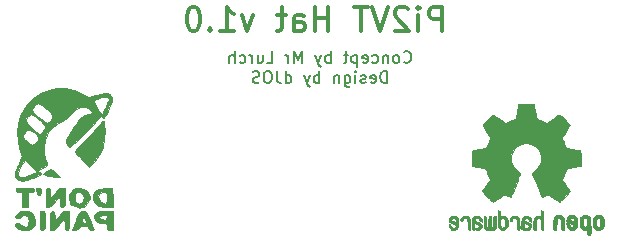
<source format=gbr>
G04 #@! TF.GenerationSoftware,KiCad,Pcbnew,(5.1.5-0-10_14)*
G04 #@! TF.CreationDate,2021-04-02T15:52:58+11:00*
G04 #@! TF.ProjectId,Pi_Zero_RS232_DB25_Hat,50695f5a-6572-46f5-9f52-533233325f44,rev?*
G04 #@! TF.SameCoordinates,Original*
G04 #@! TF.FileFunction,Legend,Bot*
G04 #@! TF.FilePolarity,Positive*
%FSLAX46Y46*%
G04 Gerber Fmt 4.6, Leading zero omitted, Abs format (unit mm)*
G04 Created by KiCad (PCBNEW (5.1.5-0-10_14)) date 2021-04-02 15:52:58*
%MOMM*%
%LPD*%
G04 APERTURE LIST*
%ADD10C,0.200000*%
%ADD11C,0.300000*%
%ADD12C,0.010000*%
G04 APERTURE END LIST*
D10*
X67140838Y-81777742D02*
X67188457Y-81825361D01*
X67331314Y-81872980D01*
X67426552Y-81872980D01*
X67569409Y-81825361D01*
X67664647Y-81730123D01*
X67712266Y-81634885D01*
X67759885Y-81444409D01*
X67759885Y-81301552D01*
X67712266Y-81111076D01*
X67664647Y-81015838D01*
X67569409Y-80920600D01*
X67426552Y-80872980D01*
X67331314Y-80872980D01*
X67188457Y-80920600D01*
X67140838Y-80968219D01*
X66569409Y-81872980D02*
X66664647Y-81825361D01*
X66712266Y-81777742D01*
X66759885Y-81682504D01*
X66759885Y-81396790D01*
X66712266Y-81301552D01*
X66664647Y-81253933D01*
X66569409Y-81206314D01*
X66426552Y-81206314D01*
X66331314Y-81253933D01*
X66283695Y-81301552D01*
X66236076Y-81396790D01*
X66236076Y-81682504D01*
X66283695Y-81777742D01*
X66331314Y-81825361D01*
X66426552Y-81872980D01*
X66569409Y-81872980D01*
X65807504Y-81206314D02*
X65807504Y-81872980D01*
X65807504Y-81301552D02*
X65759885Y-81253933D01*
X65664647Y-81206314D01*
X65521790Y-81206314D01*
X65426552Y-81253933D01*
X65378933Y-81349171D01*
X65378933Y-81872980D01*
X64474171Y-81825361D02*
X64569409Y-81872980D01*
X64759885Y-81872980D01*
X64855123Y-81825361D01*
X64902742Y-81777742D01*
X64950361Y-81682504D01*
X64950361Y-81396790D01*
X64902742Y-81301552D01*
X64855123Y-81253933D01*
X64759885Y-81206314D01*
X64569409Y-81206314D01*
X64474171Y-81253933D01*
X63664647Y-81825361D02*
X63759885Y-81872980D01*
X63950361Y-81872980D01*
X64045600Y-81825361D01*
X64093219Y-81730123D01*
X64093219Y-81349171D01*
X64045600Y-81253933D01*
X63950361Y-81206314D01*
X63759885Y-81206314D01*
X63664647Y-81253933D01*
X63617028Y-81349171D01*
X63617028Y-81444409D01*
X64093219Y-81539647D01*
X63188457Y-81206314D02*
X63188457Y-82206314D01*
X63188457Y-81253933D02*
X63093219Y-81206314D01*
X62902742Y-81206314D01*
X62807504Y-81253933D01*
X62759885Y-81301552D01*
X62712266Y-81396790D01*
X62712266Y-81682504D01*
X62759885Y-81777742D01*
X62807504Y-81825361D01*
X62902742Y-81872980D01*
X63093219Y-81872980D01*
X63188457Y-81825361D01*
X62426552Y-81206314D02*
X62045600Y-81206314D01*
X62283695Y-80872980D02*
X62283695Y-81730123D01*
X62236076Y-81825361D01*
X62140838Y-81872980D01*
X62045600Y-81872980D01*
X60950361Y-81872980D02*
X60950361Y-80872980D01*
X60950361Y-81253933D02*
X60855123Y-81206314D01*
X60664647Y-81206314D01*
X60569409Y-81253933D01*
X60521790Y-81301552D01*
X60474171Y-81396790D01*
X60474171Y-81682504D01*
X60521790Y-81777742D01*
X60569409Y-81825361D01*
X60664647Y-81872980D01*
X60855123Y-81872980D01*
X60950361Y-81825361D01*
X60140838Y-81206314D02*
X59902742Y-81872980D01*
X59664647Y-81206314D02*
X59902742Y-81872980D01*
X59997980Y-82111076D01*
X60045600Y-82158695D01*
X60140838Y-82206314D01*
X58521790Y-81872980D02*
X58521790Y-80872980D01*
X58188457Y-81587266D01*
X57855123Y-80872980D01*
X57855123Y-81872980D01*
X57378933Y-81872980D02*
X57378933Y-81206314D01*
X57378933Y-81396790D02*
X57331314Y-81301552D01*
X57283695Y-81253933D01*
X57188457Y-81206314D01*
X57093219Y-81206314D01*
X55521790Y-81872980D02*
X55997980Y-81872980D01*
X55997980Y-80872980D01*
X54759885Y-81206314D02*
X54759885Y-81872980D01*
X55188457Y-81206314D02*
X55188457Y-81730123D01*
X55140838Y-81825361D01*
X55045600Y-81872980D01*
X54902742Y-81872980D01*
X54807504Y-81825361D01*
X54759885Y-81777742D01*
X54283695Y-81872980D02*
X54283695Y-81206314D01*
X54283695Y-81396790D02*
X54236076Y-81301552D01*
X54188457Y-81253933D01*
X54093219Y-81206314D01*
X53997980Y-81206314D01*
X53236076Y-81825361D02*
X53331314Y-81872980D01*
X53521790Y-81872980D01*
X53617028Y-81825361D01*
X53664647Y-81777742D01*
X53712266Y-81682504D01*
X53712266Y-81396790D01*
X53664647Y-81301552D01*
X53617028Y-81253933D01*
X53521790Y-81206314D01*
X53331314Y-81206314D01*
X53236076Y-81253933D01*
X52807504Y-81872980D02*
X52807504Y-80872980D01*
X52378933Y-81872980D02*
X52378933Y-81349171D01*
X52426552Y-81253933D01*
X52521790Y-81206314D01*
X52664647Y-81206314D01*
X52759885Y-81253933D01*
X52807504Y-81301552D01*
X65712266Y-83572980D02*
X65712266Y-82572980D01*
X65474171Y-82572980D01*
X65331314Y-82620600D01*
X65236076Y-82715838D01*
X65188457Y-82811076D01*
X65140838Y-83001552D01*
X65140838Y-83144409D01*
X65188457Y-83334885D01*
X65236076Y-83430123D01*
X65331314Y-83525361D01*
X65474171Y-83572980D01*
X65712266Y-83572980D01*
X64331314Y-83525361D02*
X64426552Y-83572980D01*
X64617028Y-83572980D01*
X64712266Y-83525361D01*
X64759885Y-83430123D01*
X64759885Y-83049171D01*
X64712266Y-82953933D01*
X64617028Y-82906314D01*
X64426552Y-82906314D01*
X64331314Y-82953933D01*
X64283695Y-83049171D01*
X64283695Y-83144409D01*
X64759885Y-83239647D01*
X63902742Y-83525361D02*
X63807504Y-83572980D01*
X63617028Y-83572980D01*
X63521790Y-83525361D01*
X63474171Y-83430123D01*
X63474171Y-83382504D01*
X63521790Y-83287266D01*
X63617028Y-83239647D01*
X63759885Y-83239647D01*
X63855123Y-83192028D01*
X63902742Y-83096790D01*
X63902742Y-83049171D01*
X63855123Y-82953933D01*
X63759885Y-82906314D01*
X63617028Y-82906314D01*
X63521790Y-82953933D01*
X63045600Y-83572980D02*
X63045600Y-82906314D01*
X63045600Y-82572980D02*
X63093219Y-82620600D01*
X63045600Y-82668219D01*
X62997980Y-82620600D01*
X63045600Y-82572980D01*
X63045600Y-82668219D01*
X62140838Y-82906314D02*
X62140838Y-83715838D01*
X62188457Y-83811076D01*
X62236076Y-83858695D01*
X62331314Y-83906314D01*
X62474171Y-83906314D01*
X62569409Y-83858695D01*
X62140838Y-83525361D02*
X62236076Y-83572980D01*
X62426552Y-83572980D01*
X62521790Y-83525361D01*
X62569409Y-83477742D01*
X62617028Y-83382504D01*
X62617028Y-83096790D01*
X62569409Y-83001552D01*
X62521790Y-82953933D01*
X62426552Y-82906314D01*
X62236076Y-82906314D01*
X62140838Y-82953933D01*
X61664647Y-82906314D02*
X61664647Y-83572980D01*
X61664647Y-83001552D02*
X61617028Y-82953933D01*
X61521790Y-82906314D01*
X61378933Y-82906314D01*
X61283695Y-82953933D01*
X61236076Y-83049171D01*
X61236076Y-83572980D01*
X59997980Y-83572980D02*
X59997980Y-82572980D01*
X59997980Y-82953933D02*
X59902742Y-82906314D01*
X59712266Y-82906314D01*
X59617028Y-82953933D01*
X59569409Y-83001552D01*
X59521790Y-83096790D01*
X59521790Y-83382504D01*
X59569409Y-83477742D01*
X59617028Y-83525361D01*
X59712266Y-83572980D01*
X59902742Y-83572980D01*
X59997980Y-83525361D01*
X59188457Y-82906314D02*
X58950361Y-83572980D01*
X58712266Y-82906314D02*
X58950361Y-83572980D01*
X59045600Y-83811076D01*
X59093219Y-83858695D01*
X59188457Y-83906314D01*
X57140838Y-83572980D02*
X57140838Y-82572980D01*
X57140838Y-83525361D02*
X57236076Y-83572980D01*
X57426552Y-83572980D01*
X57521790Y-83525361D01*
X57569409Y-83477742D01*
X57617028Y-83382504D01*
X57617028Y-83096790D01*
X57569409Y-83001552D01*
X57521790Y-82953933D01*
X57426552Y-82906314D01*
X57236076Y-82906314D01*
X57140838Y-82953933D01*
X56378933Y-82572980D02*
X56378933Y-83287266D01*
X56426552Y-83430123D01*
X56521790Y-83525361D01*
X56664647Y-83572980D01*
X56759885Y-83572980D01*
X55712266Y-82572980D02*
X55521790Y-82572980D01*
X55426552Y-82620600D01*
X55331314Y-82715838D01*
X55283695Y-82906314D01*
X55283695Y-83239647D01*
X55331314Y-83430123D01*
X55426552Y-83525361D01*
X55521790Y-83572980D01*
X55712266Y-83572980D01*
X55807504Y-83525361D01*
X55902742Y-83430123D01*
X55950361Y-83239647D01*
X55950361Y-82906314D01*
X55902742Y-82715838D01*
X55807504Y-82620600D01*
X55712266Y-82572980D01*
X54902742Y-83525361D02*
X54759885Y-83572980D01*
X54521790Y-83572980D01*
X54426552Y-83525361D01*
X54378933Y-83477742D01*
X54331314Y-83382504D01*
X54331314Y-83287266D01*
X54378933Y-83192028D01*
X54426552Y-83144409D01*
X54521790Y-83096790D01*
X54712266Y-83049171D01*
X54807504Y-83001552D01*
X54855123Y-82953933D01*
X54902742Y-82858695D01*
X54902742Y-82763457D01*
X54855123Y-82668219D01*
X54807504Y-82620600D01*
X54712266Y-82572980D01*
X54474171Y-82572980D01*
X54331314Y-82620600D01*
D11*
X70375704Y-79136761D02*
X70375704Y-77136761D01*
X69613800Y-77136761D01*
X69423323Y-77232000D01*
X69328085Y-77327238D01*
X69232847Y-77517714D01*
X69232847Y-77803428D01*
X69328085Y-77993904D01*
X69423323Y-78089142D01*
X69613800Y-78184380D01*
X70375704Y-78184380D01*
X68375704Y-79136761D02*
X68375704Y-77803428D01*
X68375704Y-77136761D02*
X68470942Y-77232000D01*
X68375704Y-77327238D01*
X68280466Y-77232000D01*
X68375704Y-77136761D01*
X68375704Y-77327238D01*
X67518561Y-77327238D02*
X67423323Y-77232000D01*
X67232847Y-77136761D01*
X66756657Y-77136761D01*
X66566180Y-77232000D01*
X66470942Y-77327238D01*
X66375704Y-77517714D01*
X66375704Y-77708190D01*
X66470942Y-77993904D01*
X67613800Y-79136761D01*
X66375704Y-79136761D01*
X65804276Y-77136761D02*
X65137609Y-79136761D01*
X64470942Y-77136761D01*
X64089990Y-77136761D02*
X62947133Y-77136761D01*
X63518561Y-79136761D02*
X63518561Y-77136761D01*
X60756657Y-79136761D02*
X60756657Y-77136761D01*
X60756657Y-78089142D02*
X59613800Y-78089142D01*
X59613800Y-79136761D02*
X59613800Y-77136761D01*
X57804276Y-79136761D02*
X57804276Y-78089142D01*
X57899514Y-77898666D01*
X58089990Y-77803428D01*
X58470942Y-77803428D01*
X58661419Y-77898666D01*
X57804276Y-79041523D02*
X57994752Y-79136761D01*
X58470942Y-79136761D01*
X58661419Y-79041523D01*
X58756657Y-78851047D01*
X58756657Y-78660571D01*
X58661419Y-78470095D01*
X58470942Y-78374857D01*
X57994752Y-78374857D01*
X57804276Y-78279619D01*
X57137609Y-77803428D02*
X56375704Y-77803428D01*
X56851895Y-77136761D02*
X56851895Y-78851047D01*
X56756657Y-79041523D01*
X56566180Y-79136761D01*
X56375704Y-79136761D01*
X54375704Y-77803428D02*
X53899514Y-79136761D01*
X53423323Y-77803428D01*
X51613800Y-79136761D02*
X52756657Y-79136761D01*
X52185228Y-79136761D02*
X52185228Y-77136761D01*
X52375704Y-77422476D01*
X52566180Y-77612952D01*
X52756657Y-77708190D01*
X50756657Y-78946285D02*
X50661419Y-79041523D01*
X50756657Y-79136761D01*
X50851895Y-79041523D01*
X50756657Y-78946285D01*
X50756657Y-79136761D01*
X49423323Y-77136761D02*
X49232847Y-77136761D01*
X49042371Y-77232000D01*
X48947133Y-77327238D01*
X48851895Y-77517714D01*
X48756657Y-77898666D01*
X48756657Y-78374857D01*
X48851895Y-78755809D01*
X48947133Y-78946285D01*
X49042371Y-79041523D01*
X49232847Y-79136761D01*
X49423323Y-79136761D01*
X49613800Y-79041523D01*
X49709038Y-78946285D01*
X49804276Y-78755809D01*
X49899514Y-78374857D01*
X49899514Y-77898666D01*
X49804276Y-77517714D01*
X49709038Y-77327238D01*
X49613800Y-77232000D01*
X49423323Y-77136761D01*
D12*
G36*
X77286386Y-85334198D02*
G01*
X77128394Y-85335063D01*
X77014053Y-85337405D01*
X76935993Y-85341962D01*
X76886846Y-85349470D01*
X76859241Y-85360666D01*
X76845808Y-85376288D01*
X76839179Y-85397073D01*
X76838535Y-85399763D01*
X76828465Y-85448313D01*
X76809825Y-85544105D01*
X76784555Y-85676943D01*
X76754593Y-85836631D01*
X76721878Y-86012974D01*
X76720736Y-86019167D01*
X76687967Y-86191982D01*
X76657307Y-86344669D01*
X76630736Y-86468071D01*
X76610233Y-86553031D01*
X76597774Y-86590390D01*
X76597180Y-86591052D01*
X76560481Y-86609295D01*
X76484814Y-86639697D01*
X76386522Y-86675693D01*
X76385975Y-86675885D01*
X76262167Y-86722422D01*
X76116204Y-86781704D01*
X75978619Y-86841309D01*
X75972107Y-86844256D01*
X75748010Y-86945965D01*
X75251781Y-86607097D01*
X75099554Y-86503792D01*
X74961659Y-86411437D01*
X74846085Y-86335284D01*
X74760821Y-86280585D01*
X74713856Y-86252593D01*
X74709396Y-86250517D01*
X74675266Y-86259760D01*
X74611519Y-86304356D01*
X74515669Y-86386409D01*
X74385231Y-86508021D01*
X74252072Y-86637405D01*
X74123706Y-86764902D01*
X74008819Y-86881246D01*
X73914327Y-86979252D01*
X73847147Y-87051736D01*
X73814194Y-87091513D01*
X73812968Y-87093561D01*
X73809326Y-87120856D01*
X73823050Y-87165434D01*
X73857531Y-87233312D01*
X73916161Y-87330511D01*
X74002330Y-87463051D01*
X74117200Y-87633676D01*
X74219146Y-87783855D01*
X74310277Y-87918550D01*
X74385327Y-88029940D01*
X74439031Y-88110205D01*
X74466120Y-88151525D01*
X74467826Y-88154330D01*
X74464518Y-88193921D01*
X74439447Y-88270869D01*
X74397602Y-88370632D01*
X74382688Y-88402491D01*
X74317614Y-88544426D01*
X74248188Y-88705473D01*
X74191791Y-88844821D01*
X74151153Y-88948244D01*
X74118874Y-89026842D01*
X74100222Y-89067920D01*
X74097903Y-89071085D01*
X74063597Y-89076328D01*
X73982731Y-89090694D01*
X73866057Y-89112137D01*
X73724325Y-89138613D01*
X73568290Y-89168077D01*
X73408702Y-89198483D01*
X73256315Y-89227788D01*
X73121879Y-89253945D01*
X73016148Y-89274910D01*
X72949874Y-89288639D01*
X72933618Y-89292520D01*
X72916827Y-89302100D01*
X72904151Y-89323736D01*
X72895022Y-89364731D01*
X72888869Y-89432389D01*
X72885120Y-89534012D01*
X72883208Y-89676903D01*
X72882560Y-89868365D01*
X72882526Y-89946845D01*
X72882526Y-90585106D01*
X73035802Y-90615360D01*
X73121078Y-90631764D01*
X73248330Y-90655709D01*
X73402085Y-90684307D01*
X73566866Y-90714667D01*
X73612411Y-90723006D01*
X73764468Y-90752570D01*
X73896932Y-90781642D01*
X73998686Y-90807529D01*
X74058612Y-90827537D01*
X74068595Y-90833501D01*
X74093107Y-90875734D01*
X74128252Y-90957570D01*
X74167227Y-91062883D01*
X74174958Y-91085568D01*
X74226040Y-91226218D01*
X74289446Y-91384914D01*
X74351496Y-91527425D01*
X74351802Y-91528086D01*
X74455133Y-91751640D01*
X73775439Y-92751432D01*
X74211779Y-93188500D01*
X74343751Y-93318581D01*
X74464121Y-93433248D01*
X74566127Y-93526381D01*
X74643009Y-93591858D01*
X74688007Y-93623557D01*
X74694462Y-93625568D01*
X74732360Y-93609729D01*
X74809692Y-93565696D01*
X74918011Y-93498690D01*
X75048868Y-93413934D01*
X75190348Y-93319016D01*
X75333939Y-93222198D01*
X75461965Y-93137951D01*
X75566295Y-93071458D01*
X75638800Y-93027902D01*
X75671242Y-93012464D01*
X75710824Y-93025528D01*
X75785881Y-93059950D01*
X75880932Y-93108580D01*
X75891008Y-93113985D01*
X76019009Y-93178180D01*
X76106782Y-93209663D01*
X76161372Y-93209998D01*
X76189825Y-93180748D01*
X76189990Y-93180338D01*
X76204212Y-93145698D01*
X76238131Y-93063469D01*
X76289116Y-92940014D01*
X76354538Y-92781698D01*
X76431766Y-92594886D01*
X76518171Y-92385942D01*
X76601849Y-92183646D01*
X76693812Y-91960400D01*
X76778250Y-91753592D01*
X76852631Y-91569562D01*
X76914426Y-91414651D01*
X76961103Y-91295196D01*
X76990132Y-91217539D01*
X76999078Y-91188556D01*
X76976644Y-91155310D01*
X76917961Y-91102323D01*
X76839711Y-91043904D01*
X76616866Y-90859152D01*
X76442682Y-90647382D01*
X76319246Y-90413056D01*
X76248646Y-90160634D01*
X76232969Y-89894577D01*
X76244364Y-89771775D01*
X76306450Y-89516993D01*
X76413377Y-89292001D01*
X76558511Y-89099017D01*
X76735222Y-88940261D01*
X76936878Y-88817950D01*
X77156846Y-88734305D01*
X77388494Y-88691544D01*
X77625191Y-88691887D01*
X77860305Y-88737552D01*
X78087204Y-88830759D01*
X78299256Y-88973727D01*
X78387764Y-89054583D01*
X78557511Y-89262207D01*
X78675701Y-89489095D01*
X78743122Y-89728633D01*
X78760560Y-89974207D01*
X78728802Y-90219203D01*
X78648635Y-90457008D01*
X78520845Y-90681007D01*
X78346220Y-90884587D01*
X78151088Y-91043904D01*
X78069809Y-91104802D01*
X78012391Y-91157215D01*
X77991722Y-91188606D01*
X78002544Y-91222839D01*
X78033323Y-91304619D01*
X78081526Y-91427607D01*
X78144622Y-91585463D01*
X78220078Y-91771849D01*
X78305362Y-91980426D01*
X78389181Y-92183696D01*
X78481655Y-92407133D01*
X78567311Y-92614184D01*
X78643518Y-92798486D01*
X78707647Y-92953675D01*
X78757068Y-93073388D01*
X78789152Y-93151261D01*
X78801041Y-93180338D01*
X78829126Y-93209877D01*
X78883451Y-93209791D01*
X78971005Y-93178526D01*
X79098781Y-93114529D01*
X79099792Y-93113985D01*
X79195998Y-93064321D01*
X79273769Y-93028145D01*
X79317623Y-93012608D01*
X79319558Y-93012464D01*
X79352571Y-93028224D01*
X79425454Y-93072050D01*
X79530078Y-93138757D01*
X79658310Y-93223164D01*
X79800452Y-93319016D01*
X79945167Y-93416067D01*
X80075596Y-93500470D01*
X80183290Y-93567001D01*
X80259802Y-93610438D01*
X80296338Y-93625568D01*
X80329982Y-93605682D01*
X80397624Y-93550103D01*
X80492507Y-93464954D01*
X80607870Y-93356353D01*
X80736955Y-93230421D01*
X80779171Y-93188349D01*
X81215661Y-92751131D01*
X80883423Y-92263540D01*
X80782454Y-92113805D01*
X80693838Y-91979420D01*
X80622546Y-91868169D01*
X80573550Y-91787839D01*
X80551822Y-91746214D01*
X80551185Y-91743253D01*
X80562640Y-91704018D01*
X80593451Y-91625095D01*
X80638284Y-91519709D01*
X80669753Y-91449154D01*
X80728592Y-91314076D01*
X80784004Y-91177609D01*
X80826964Y-91062303D01*
X80838634Y-91027177D01*
X80871789Y-90933374D01*
X80904199Y-90860894D01*
X80922001Y-90833501D01*
X80961286Y-90816736D01*
X81047026Y-90792970D01*
X81168097Y-90764897D01*
X81313373Y-90735209D01*
X81378388Y-90723006D01*
X81543487Y-90692668D01*
X81701848Y-90663293D01*
X81837996Y-90637769D01*
X81936457Y-90618985D01*
X81954998Y-90615360D01*
X82108273Y-90585106D01*
X82108273Y-89946845D01*
X82107929Y-89736970D01*
X82106516Y-89578180D01*
X82103464Y-89463173D01*
X82098203Y-89384646D01*
X82090163Y-89335296D01*
X82078773Y-89307819D01*
X82063463Y-89294913D01*
X82057182Y-89292520D01*
X82019296Y-89284033D01*
X81935595Y-89267100D01*
X81816833Y-89243766D01*
X81673761Y-89216075D01*
X81517132Y-89186073D01*
X81357697Y-89155804D01*
X81206209Y-89127315D01*
X81073419Y-89102649D01*
X80970081Y-89083851D01*
X80906945Y-89072967D01*
X80892897Y-89071085D01*
X80880170Y-89045904D01*
X80852000Y-88978822D01*
X80813652Y-88882533D01*
X80799009Y-88844821D01*
X80739948Y-88699121D01*
X80670400Y-88538151D01*
X80608112Y-88402491D01*
X80562279Y-88298761D01*
X80531787Y-88213526D01*
X80521608Y-88161326D01*
X80523231Y-88154330D01*
X80544743Y-88121302D01*
X80593865Y-88047843D01*
X80665323Y-87941777D01*
X80753845Y-87810926D01*
X80854159Y-87663112D01*
X80873994Y-87633934D01*
X80990388Y-87461063D01*
X81075948Y-87329426D01*
X81134084Y-87232961D01*
X81168208Y-87165608D01*
X81181731Y-87121306D01*
X81178064Y-87093994D01*
X81177970Y-87093820D01*
X81149107Y-87057946D01*
X81085267Y-86988591D01*
X80993369Y-86892945D01*
X80880333Y-86778199D01*
X80753079Y-86651541D01*
X80738728Y-86637405D01*
X80578357Y-86482103D01*
X80454595Y-86368070D01*
X80364955Y-86293202D01*
X80306952Y-86255396D01*
X80281404Y-86250517D01*
X80244118Y-86271803D01*
X80166743Y-86320973D01*
X80057267Y-86392775D01*
X79923680Y-86481955D01*
X79773970Y-86583263D01*
X79739018Y-86607097D01*
X79242790Y-86945965D01*
X79018693Y-86844256D01*
X78882411Y-86784983D01*
X78736124Y-86725370D01*
X78610365Y-86677840D01*
X78604825Y-86675885D01*
X78506457Y-86639877D01*
X78430629Y-86609429D01*
X78393682Y-86591105D01*
X78393620Y-86591052D01*
X78381896Y-86557929D01*
X78361968Y-86476467D01*
X78335813Y-86355825D01*
X78305410Y-86205159D01*
X78272737Y-86033628D01*
X78270064Y-86019167D01*
X78237290Y-85842435D01*
X78207202Y-85682010D01*
X78181739Y-85548088D01*
X78162841Y-85450863D01*
X78152447Y-85400532D01*
X78152265Y-85399763D01*
X78145939Y-85378353D01*
X78133639Y-85362188D01*
X78107994Y-85350531D01*
X78061635Y-85342645D01*
X77987192Y-85337793D01*
X77877295Y-85335239D01*
X77724575Y-85334245D01*
X77521662Y-85334074D01*
X77495400Y-85334074D01*
X77286386Y-85334198D01*
G37*
X77286386Y-85334198D02*
X77128394Y-85335063D01*
X77014053Y-85337405D01*
X76935993Y-85341962D01*
X76886846Y-85349470D01*
X76859241Y-85360666D01*
X76845808Y-85376288D01*
X76839179Y-85397073D01*
X76838535Y-85399763D01*
X76828465Y-85448313D01*
X76809825Y-85544105D01*
X76784555Y-85676943D01*
X76754593Y-85836631D01*
X76721878Y-86012974D01*
X76720736Y-86019167D01*
X76687967Y-86191982D01*
X76657307Y-86344669D01*
X76630736Y-86468071D01*
X76610233Y-86553031D01*
X76597774Y-86590390D01*
X76597180Y-86591052D01*
X76560481Y-86609295D01*
X76484814Y-86639697D01*
X76386522Y-86675693D01*
X76385975Y-86675885D01*
X76262167Y-86722422D01*
X76116204Y-86781704D01*
X75978619Y-86841309D01*
X75972107Y-86844256D01*
X75748010Y-86945965D01*
X75251781Y-86607097D01*
X75099554Y-86503792D01*
X74961659Y-86411437D01*
X74846085Y-86335284D01*
X74760821Y-86280585D01*
X74713856Y-86252593D01*
X74709396Y-86250517D01*
X74675266Y-86259760D01*
X74611519Y-86304356D01*
X74515669Y-86386409D01*
X74385231Y-86508021D01*
X74252072Y-86637405D01*
X74123706Y-86764902D01*
X74008819Y-86881246D01*
X73914327Y-86979252D01*
X73847147Y-87051736D01*
X73814194Y-87091513D01*
X73812968Y-87093561D01*
X73809326Y-87120856D01*
X73823050Y-87165434D01*
X73857531Y-87233312D01*
X73916161Y-87330511D01*
X74002330Y-87463051D01*
X74117200Y-87633676D01*
X74219146Y-87783855D01*
X74310277Y-87918550D01*
X74385327Y-88029940D01*
X74439031Y-88110205D01*
X74466120Y-88151525D01*
X74467826Y-88154330D01*
X74464518Y-88193921D01*
X74439447Y-88270869D01*
X74397602Y-88370632D01*
X74382688Y-88402491D01*
X74317614Y-88544426D01*
X74248188Y-88705473D01*
X74191791Y-88844821D01*
X74151153Y-88948244D01*
X74118874Y-89026842D01*
X74100222Y-89067920D01*
X74097903Y-89071085D01*
X74063597Y-89076328D01*
X73982731Y-89090694D01*
X73866057Y-89112137D01*
X73724325Y-89138613D01*
X73568290Y-89168077D01*
X73408702Y-89198483D01*
X73256315Y-89227788D01*
X73121879Y-89253945D01*
X73016148Y-89274910D01*
X72949874Y-89288639D01*
X72933618Y-89292520D01*
X72916827Y-89302100D01*
X72904151Y-89323736D01*
X72895022Y-89364731D01*
X72888869Y-89432389D01*
X72885120Y-89534012D01*
X72883208Y-89676903D01*
X72882560Y-89868365D01*
X72882526Y-89946845D01*
X72882526Y-90585106D01*
X73035802Y-90615360D01*
X73121078Y-90631764D01*
X73248330Y-90655709D01*
X73402085Y-90684307D01*
X73566866Y-90714667D01*
X73612411Y-90723006D01*
X73764468Y-90752570D01*
X73896932Y-90781642D01*
X73998686Y-90807529D01*
X74058612Y-90827537D01*
X74068595Y-90833501D01*
X74093107Y-90875734D01*
X74128252Y-90957570D01*
X74167227Y-91062883D01*
X74174958Y-91085568D01*
X74226040Y-91226218D01*
X74289446Y-91384914D01*
X74351496Y-91527425D01*
X74351802Y-91528086D01*
X74455133Y-91751640D01*
X73775439Y-92751432D01*
X74211779Y-93188500D01*
X74343751Y-93318581D01*
X74464121Y-93433248D01*
X74566127Y-93526381D01*
X74643009Y-93591858D01*
X74688007Y-93623557D01*
X74694462Y-93625568D01*
X74732360Y-93609729D01*
X74809692Y-93565696D01*
X74918011Y-93498690D01*
X75048868Y-93413934D01*
X75190348Y-93319016D01*
X75333939Y-93222198D01*
X75461965Y-93137951D01*
X75566295Y-93071458D01*
X75638800Y-93027902D01*
X75671242Y-93012464D01*
X75710824Y-93025528D01*
X75785881Y-93059950D01*
X75880932Y-93108580D01*
X75891008Y-93113985D01*
X76019009Y-93178180D01*
X76106782Y-93209663D01*
X76161372Y-93209998D01*
X76189825Y-93180748D01*
X76189990Y-93180338D01*
X76204212Y-93145698D01*
X76238131Y-93063469D01*
X76289116Y-92940014D01*
X76354538Y-92781698D01*
X76431766Y-92594886D01*
X76518171Y-92385942D01*
X76601849Y-92183646D01*
X76693812Y-91960400D01*
X76778250Y-91753592D01*
X76852631Y-91569562D01*
X76914426Y-91414651D01*
X76961103Y-91295196D01*
X76990132Y-91217539D01*
X76999078Y-91188556D01*
X76976644Y-91155310D01*
X76917961Y-91102323D01*
X76839711Y-91043904D01*
X76616866Y-90859152D01*
X76442682Y-90647382D01*
X76319246Y-90413056D01*
X76248646Y-90160634D01*
X76232969Y-89894577D01*
X76244364Y-89771775D01*
X76306450Y-89516993D01*
X76413377Y-89292001D01*
X76558511Y-89099017D01*
X76735222Y-88940261D01*
X76936878Y-88817950D01*
X77156846Y-88734305D01*
X77388494Y-88691544D01*
X77625191Y-88691887D01*
X77860305Y-88737552D01*
X78087204Y-88830759D01*
X78299256Y-88973727D01*
X78387764Y-89054583D01*
X78557511Y-89262207D01*
X78675701Y-89489095D01*
X78743122Y-89728633D01*
X78760560Y-89974207D01*
X78728802Y-90219203D01*
X78648635Y-90457008D01*
X78520845Y-90681007D01*
X78346220Y-90884587D01*
X78151088Y-91043904D01*
X78069809Y-91104802D01*
X78012391Y-91157215D01*
X77991722Y-91188606D01*
X78002544Y-91222839D01*
X78033323Y-91304619D01*
X78081526Y-91427607D01*
X78144622Y-91585463D01*
X78220078Y-91771849D01*
X78305362Y-91980426D01*
X78389181Y-92183696D01*
X78481655Y-92407133D01*
X78567311Y-92614184D01*
X78643518Y-92798486D01*
X78707647Y-92953675D01*
X78757068Y-93073388D01*
X78789152Y-93151261D01*
X78801041Y-93180338D01*
X78829126Y-93209877D01*
X78883451Y-93209791D01*
X78971005Y-93178526D01*
X79098781Y-93114529D01*
X79099792Y-93113985D01*
X79195998Y-93064321D01*
X79273769Y-93028145D01*
X79317623Y-93012608D01*
X79319558Y-93012464D01*
X79352571Y-93028224D01*
X79425454Y-93072050D01*
X79530078Y-93138757D01*
X79658310Y-93223164D01*
X79800452Y-93319016D01*
X79945167Y-93416067D01*
X80075596Y-93500470D01*
X80183290Y-93567001D01*
X80259802Y-93610438D01*
X80296338Y-93625568D01*
X80329982Y-93605682D01*
X80397624Y-93550103D01*
X80492507Y-93464954D01*
X80607870Y-93356353D01*
X80736955Y-93230421D01*
X80779171Y-93188349D01*
X81215661Y-92751131D01*
X80883423Y-92263540D01*
X80782454Y-92113805D01*
X80693838Y-91979420D01*
X80622546Y-91868169D01*
X80573550Y-91787839D01*
X80551822Y-91746214D01*
X80551185Y-91743253D01*
X80562640Y-91704018D01*
X80593451Y-91625095D01*
X80638284Y-91519709D01*
X80669753Y-91449154D01*
X80728592Y-91314076D01*
X80784004Y-91177609D01*
X80826964Y-91062303D01*
X80838634Y-91027177D01*
X80871789Y-90933374D01*
X80904199Y-90860894D01*
X80922001Y-90833501D01*
X80961286Y-90816736D01*
X81047026Y-90792970D01*
X81168097Y-90764897D01*
X81313373Y-90735209D01*
X81378388Y-90723006D01*
X81543487Y-90692668D01*
X81701848Y-90663293D01*
X81837996Y-90637769D01*
X81936457Y-90618985D01*
X81954998Y-90615360D01*
X82108273Y-90585106D01*
X82108273Y-89946845D01*
X82107929Y-89736970D01*
X82106516Y-89578180D01*
X82103464Y-89463173D01*
X82098203Y-89384646D01*
X82090163Y-89335296D01*
X82078773Y-89307819D01*
X82063463Y-89294913D01*
X82057182Y-89292520D01*
X82019296Y-89284033D01*
X81935595Y-89267100D01*
X81816833Y-89243766D01*
X81673761Y-89216075D01*
X81517132Y-89186073D01*
X81357697Y-89155804D01*
X81206209Y-89127315D01*
X81073419Y-89102649D01*
X80970081Y-89083851D01*
X80906945Y-89072967D01*
X80892897Y-89071085D01*
X80880170Y-89045904D01*
X80852000Y-88978822D01*
X80813652Y-88882533D01*
X80799009Y-88844821D01*
X80739948Y-88699121D01*
X80670400Y-88538151D01*
X80608112Y-88402491D01*
X80562279Y-88298761D01*
X80531787Y-88213526D01*
X80521608Y-88161326D01*
X80523231Y-88154330D01*
X80544743Y-88121302D01*
X80593865Y-88047843D01*
X80665323Y-87941777D01*
X80753845Y-87810926D01*
X80854159Y-87663112D01*
X80873994Y-87633934D01*
X80990388Y-87461063D01*
X81075948Y-87329426D01*
X81134084Y-87232961D01*
X81168208Y-87165608D01*
X81181731Y-87121306D01*
X81178064Y-87093994D01*
X81177970Y-87093820D01*
X81149107Y-87057946D01*
X81085267Y-86988591D01*
X80993369Y-86892945D01*
X80880333Y-86778199D01*
X80753079Y-86651541D01*
X80738728Y-86637405D01*
X80578357Y-86482103D01*
X80454595Y-86368070D01*
X80364955Y-86293202D01*
X80306952Y-86255396D01*
X80281404Y-86250517D01*
X80244118Y-86271803D01*
X80166743Y-86320973D01*
X80057267Y-86392775D01*
X79923680Y-86481955D01*
X79773970Y-86583263D01*
X79739018Y-86607097D01*
X79242790Y-86945965D01*
X79018693Y-86844256D01*
X78882411Y-86784983D01*
X78736124Y-86725370D01*
X78610365Y-86677840D01*
X78604825Y-86675885D01*
X78506457Y-86639877D01*
X78430629Y-86609429D01*
X78393682Y-86591105D01*
X78393620Y-86591052D01*
X78381896Y-86557929D01*
X78361968Y-86476467D01*
X78335813Y-86355825D01*
X78305410Y-86205159D01*
X78272737Y-86033628D01*
X78270064Y-86019167D01*
X78237290Y-85842435D01*
X78207202Y-85682010D01*
X78181739Y-85548088D01*
X78162841Y-85450863D01*
X78152447Y-85400532D01*
X78152265Y-85399763D01*
X78145939Y-85378353D01*
X78133639Y-85362188D01*
X78107994Y-85350531D01*
X78061635Y-85342645D01*
X77987192Y-85337793D01*
X77877295Y-85335239D01*
X77724575Y-85334245D01*
X77521662Y-85334074D01*
X77495400Y-85334074D01*
X77286386Y-85334198D01*
G36*
X71151961Y-94837740D02*
G01*
X71036450Y-94913234D01*
X70980736Y-94980817D01*
X70936596Y-95103455D01*
X70933091Y-95200498D01*
X70941032Y-95330256D01*
X71240285Y-95461239D01*
X71385789Y-95528158D01*
X71480863Y-95581990D01*
X71530299Y-95628616D01*
X71538889Y-95673920D01*
X71511428Y-95723782D01*
X71481147Y-95756832D01*
X71393037Y-95809833D01*
X71297204Y-95813547D01*
X71209188Y-95772241D01*
X71144531Y-95690183D01*
X71132967Y-95661208D01*
X71077575Y-95570709D01*
X71013847Y-95532140D01*
X70926434Y-95499146D01*
X70926434Y-95624234D01*
X70934162Y-95709356D01*
X70964434Y-95781138D01*
X71027882Y-95863556D01*
X71037312Y-95874266D01*
X71107887Y-95947591D01*
X71168553Y-95986942D01*
X71244450Y-96005045D01*
X71307370Y-96010974D01*
X71419913Y-96012451D01*
X71500030Y-95993735D01*
X71550010Y-95965947D01*
X71628562Y-95904841D01*
X71682937Y-95838754D01*
X71717348Y-95755641D01*
X71736012Y-95643454D01*
X71743144Y-95490146D01*
X71743713Y-95412336D01*
X71741778Y-95319053D01*
X71565501Y-95319053D01*
X71563456Y-95369096D01*
X71558361Y-95377292D01*
X71524734Y-95366158D01*
X71452370Y-95336693D01*
X71355653Y-95294801D01*
X71335427Y-95285797D01*
X71213197Y-95223642D01*
X71145853Y-95169015D01*
X71131052Y-95117849D01*
X71166453Y-95066076D01*
X71195689Y-95043200D01*
X71301184Y-94997450D01*
X71399924Y-95005008D01*
X71482588Y-95060851D01*
X71539852Y-95159953D01*
X71558212Y-95238614D01*
X71565501Y-95319053D01*
X71741778Y-95319053D01*
X71739941Y-95230551D01*
X71726041Y-95096053D01*
X71698506Y-94998116D01*
X71653828Y-94926011D01*
X71588499Y-94869013D01*
X71560017Y-94850593D01*
X71430637Y-94802622D01*
X71288988Y-94799603D01*
X71151961Y-94837740D01*
G37*
X71151961Y-94837740D02*
X71036450Y-94913234D01*
X70980736Y-94980817D01*
X70936596Y-95103455D01*
X70933091Y-95200498D01*
X70941032Y-95330256D01*
X71240285Y-95461239D01*
X71385789Y-95528158D01*
X71480863Y-95581990D01*
X71530299Y-95628616D01*
X71538889Y-95673920D01*
X71511428Y-95723782D01*
X71481147Y-95756832D01*
X71393037Y-95809833D01*
X71297204Y-95813547D01*
X71209188Y-95772241D01*
X71144531Y-95690183D01*
X71132967Y-95661208D01*
X71077575Y-95570709D01*
X71013847Y-95532140D01*
X70926434Y-95499146D01*
X70926434Y-95624234D01*
X70934162Y-95709356D01*
X70964434Y-95781138D01*
X71027882Y-95863556D01*
X71037312Y-95874266D01*
X71107887Y-95947591D01*
X71168553Y-95986942D01*
X71244450Y-96005045D01*
X71307370Y-96010974D01*
X71419913Y-96012451D01*
X71500030Y-95993735D01*
X71550010Y-95965947D01*
X71628562Y-95904841D01*
X71682937Y-95838754D01*
X71717348Y-95755641D01*
X71736012Y-95643454D01*
X71743144Y-95490146D01*
X71743713Y-95412336D01*
X71741778Y-95319053D01*
X71565501Y-95319053D01*
X71563456Y-95369096D01*
X71558361Y-95377292D01*
X71524734Y-95366158D01*
X71452370Y-95336693D01*
X71355653Y-95294801D01*
X71335427Y-95285797D01*
X71213197Y-95223642D01*
X71145853Y-95169015D01*
X71131052Y-95117849D01*
X71166453Y-95066076D01*
X71195689Y-95043200D01*
X71301184Y-94997450D01*
X71399924Y-95005008D01*
X71482588Y-95060851D01*
X71539852Y-95159953D01*
X71558212Y-95238614D01*
X71565501Y-95319053D01*
X71741778Y-95319053D01*
X71739941Y-95230551D01*
X71726041Y-95096053D01*
X71698506Y-94998116D01*
X71653828Y-94926011D01*
X71588499Y-94869013D01*
X71560017Y-94850593D01*
X71430637Y-94802622D01*
X71288988Y-94799603D01*
X71151961Y-94837740D01*
G36*
X72159710Y-94821218D02*
G01*
X72124815Y-94836469D01*
X72041523Y-94902435D01*
X71970297Y-94997818D01*
X71926247Y-95099606D01*
X71919078Y-95149787D01*
X71943115Y-95219847D01*
X71995839Y-95256917D01*
X72052369Y-95279364D01*
X72078254Y-95283500D01*
X72090858Y-95253483D01*
X72115746Y-95188161D01*
X72126665Y-95158645D01*
X72187892Y-95056548D01*
X72276539Y-95005623D01*
X72390207Y-95007189D01*
X72398626Y-95009194D01*
X72459312Y-95037967D01*
X72503926Y-95094059D01*
X72534398Y-95184363D01*
X72552656Y-95315771D01*
X72560629Y-95495174D01*
X72561377Y-95590633D01*
X72561748Y-95741113D01*
X72564177Y-95843695D01*
X72570640Y-95908872D01*
X72583112Y-95947138D01*
X72603567Y-95968985D01*
X72633981Y-95984907D01*
X72635739Y-95985709D01*
X72694309Y-96010472D01*
X72723325Y-96019591D01*
X72727784Y-95992022D01*
X72731601Y-95915820D01*
X72734501Y-95800741D01*
X72736209Y-95656541D01*
X72736549Y-95551014D01*
X72734812Y-95346813D01*
X72728018Y-95191897D01*
X72713793Y-95077224D01*
X72689762Y-94993751D01*
X72653552Y-94932436D01*
X72602788Y-94884234D01*
X72552661Y-94850593D01*
X72432125Y-94805819D01*
X72291843Y-94795721D01*
X72159710Y-94821218D01*
G37*
X72159710Y-94821218D02*
X72124815Y-94836469D01*
X72041523Y-94902435D01*
X71970297Y-94997818D01*
X71926247Y-95099606D01*
X71919078Y-95149787D01*
X71943115Y-95219847D01*
X71995839Y-95256917D01*
X72052369Y-95279364D01*
X72078254Y-95283500D01*
X72090858Y-95253483D01*
X72115746Y-95188161D01*
X72126665Y-95158645D01*
X72187892Y-95056548D01*
X72276539Y-95005623D01*
X72390207Y-95007189D01*
X72398626Y-95009194D01*
X72459312Y-95037967D01*
X72503926Y-95094059D01*
X72534398Y-95184363D01*
X72552656Y-95315771D01*
X72560629Y-95495174D01*
X72561377Y-95590633D01*
X72561748Y-95741113D01*
X72564177Y-95843695D01*
X72570640Y-95908872D01*
X72583112Y-95947138D01*
X72603567Y-95968985D01*
X72633981Y-95984907D01*
X72635739Y-95985709D01*
X72694309Y-96010472D01*
X72723325Y-96019591D01*
X72727784Y-95992022D01*
X72731601Y-95915820D01*
X72734501Y-95800741D01*
X72736209Y-95656541D01*
X72736549Y-95551014D01*
X72734812Y-95346813D01*
X72728018Y-95191897D01*
X72713793Y-95077224D01*
X72689762Y-94993751D01*
X72653552Y-94932436D01*
X72602788Y-94884234D01*
X72552661Y-94850593D01*
X72432125Y-94805819D01*
X72291843Y-94795721D01*
X72159710Y-94821218D01*
G36*
X73180994Y-94816356D02*
G01*
X73096931Y-94854593D01*
X73030950Y-94900926D01*
X72982606Y-94952732D01*
X72949228Y-95019563D01*
X72928147Y-95110969D01*
X72916693Y-95236501D01*
X72912197Y-95405708D01*
X72911722Y-95517133D01*
X72911722Y-95951827D01*
X72986084Y-95985709D01*
X73044654Y-96010472D01*
X73073670Y-96019591D01*
X73079221Y-95992457D01*
X73083625Y-95919294D01*
X73086322Y-95812463D01*
X73086894Y-95727637D01*
X73089354Y-95605087D01*
X73095988Y-95507868D01*
X73105674Y-95448334D01*
X73113368Y-95435683D01*
X73165089Y-95448602D01*
X73246283Y-95481739D01*
X73340298Y-95526661D01*
X73430483Y-95574935D01*
X73500185Y-95618128D01*
X73532752Y-95647808D01*
X73532881Y-95648129D01*
X73530080Y-95703057D01*
X73504961Y-95755492D01*
X73460859Y-95798081D01*
X73396491Y-95812326D01*
X73341479Y-95810666D01*
X73263565Y-95809445D01*
X73222668Y-95827698D01*
X73198105Y-95875926D01*
X73195008Y-95885020D01*
X73184360Y-95953798D01*
X73212835Y-95995560D01*
X73287056Y-96015463D01*
X73367232Y-96019144D01*
X73511510Y-95991858D01*
X73586197Y-95952890D01*
X73678437Y-95861348D01*
X73727357Y-95748982D01*
X73731746Y-95630251D01*
X73690399Y-95519611D01*
X73628203Y-95450280D01*
X73566106Y-95411465D01*
X73468505Y-95362325D01*
X73354768Y-95312492D01*
X73335810Y-95304877D01*
X73210879Y-95249745D01*
X73138861Y-95201154D01*
X73115700Y-95152847D01*
X73137336Y-95098570D01*
X73174480Y-95056143D01*
X73262273Y-95003902D01*
X73358870Y-94999984D01*
X73447456Y-95040241D01*
X73511214Y-95120526D01*
X73519583Y-95141240D01*
X73568304Y-95217425D01*
X73639435Y-95273985D01*
X73729193Y-95320401D01*
X73729193Y-95188784D01*
X73723910Y-95108368D01*
X73701258Y-95044986D01*
X73651033Y-94977363D01*
X73602818Y-94925276D01*
X73527846Y-94851522D01*
X73469594Y-94811902D01*
X73407028Y-94796010D01*
X73336207Y-94793384D01*
X73180994Y-94816356D01*
G37*
X73180994Y-94816356D02*
X73096931Y-94854593D01*
X73030950Y-94900926D01*
X72982606Y-94952732D01*
X72949228Y-95019563D01*
X72928147Y-95110969D01*
X72916693Y-95236501D01*
X72912197Y-95405708D01*
X72911722Y-95517133D01*
X72911722Y-95951827D01*
X72986084Y-95985709D01*
X73044654Y-96010472D01*
X73073670Y-96019591D01*
X73079221Y-95992457D01*
X73083625Y-95919294D01*
X73086322Y-95812463D01*
X73086894Y-95727637D01*
X73089354Y-95605087D01*
X73095988Y-95507868D01*
X73105674Y-95448334D01*
X73113368Y-95435683D01*
X73165089Y-95448602D01*
X73246283Y-95481739D01*
X73340298Y-95526661D01*
X73430483Y-95574935D01*
X73500185Y-95618128D01*
X73532752Y-95647808D01*
X73532881Y-95648129D01*
X73530080Y-95703057D01*
X73504961Y-95755492D01*
X73460859Y-95798081D01*
X73396491Y-95812326D01*
X73341479Y-95810666D01*
X73263565Y-95809445D01*
X73222668Y-95827698D01*
X73198105Y-95875926D01*
X73195008Y-95885020D01*
X73184360Y-95953798D01*
X73212835Y-95995560D01*
X73287056Y-96015463D01*
X73367232Y-96019144D01*
X73511510Y-95991858D01*
X73586197Y-95952890D01*
X73678437Y-95861348D01*
X73727357Y-95748982D01*
X73731746Y-95630251D01*
X73690399Y-95519611D01*
X73628203Y-95450280D01*
X73566106Y-95411465D01*
X73468505Y-95362325D01*
X73354768Y-95312492D01*
X73335810Y-95304877D01*
X73210879Y-95249745D01*
X73138861Y-95201154D01*
X73115700Y-95152847D01*
X73137336Y-95098570D01*
X73174480Y-95056143D01*
X73262273Y-95003902D01*
X73358870Y-94999984D01*
X73447456Y-95040241D01*
X73511214Y-95120526D01*
X73519583Y-95141240D01*
X73568304Y-95217425D01*
X73639435Y-95273985D01*
X73729193Y-95320401D01*
X73729193Y-95188784D01*
X73723910Y-95108368D01*
X73701258Y-95044986D01*
X73651033Y-94977363D01*
X73602818Y-94925276D01*
X73527846Y-94851522D01*
X73469594Y-94811902D01*
X73407028Y-94796010D01*
X73336207Y-94793384D01*
X73180994Y-94816356D01*
G36*
X73915276Y-94821040D02*
G01*
X73910821Y-94897853D01*
X73907329Y-95014591D01*
X73905085Y-95162021D01*
X73904365Y-95316655D01*
X73904365Y-95839927D01*
X73996755Y-95932317D01*
X74060422Y-95989247D01*
X74116311Y-96012307D01*
X74192698Y-96010847D01*
X74223020Y-96007134D01*
X74317790Y-95996326D01*
X74396178Y-95990133D01*
X74415285Y-95989561D01*
X74479701Y-95993302D01*
X74571829Y-96002694D01*
X74607550Y-96007134D01*
X74695286Y-96014001D01*
X74754247Y-95999085D01*
X74812710Y-95953035D01*
X74833815Y-95932317D01*
X74926205Y-95839927D01*
X74926205Y-94861147D01*
X74851842Y-94827266D01*
X74787810Y-94802170D01*
X74750348Y-94793384D01*
X74740743Y-94821150D01*
X74731765Y-94898730D01*
X74724014Y-95017548D01*
X74718086Y-95169028D01*
X74715227Y-95297005D01*
X74707239Y-95800625D01*
X74637552Y-95810478D01*
X74574171Y-95803589D01*
X74543114Y-95781283D01*
X74534433Y-95739579D01*
X74527022Y-95650744D01*
X74521469Y-95526034D01*
X74518364Y-95376707D01*
X74517916Y-95299861D01*
X74517469Y-94857487D01*
X74425526Y-94825435D01*
X74360451Y-94803643D01*
X74325053Y-94793481D01*
X74324032Y-94793384D01*
X74320480Y-94821009D01*
X74316577Y-94897611D01*
X74312649Y-95013779D01*
X74309024Y-95160104D01*
X74306492Y-95297005D01*
X74298503Y-95800625D01*
X74123331Y-95800625D01*
X74115293Y-95341165D01*
X74107254Y-94881705D01*
X74021857Y-94837544D01*
X73958807Y-94807219D01*
X73921490Y-94793458D01*
X73920413Y-94793384D01*
X73915276Y-94821040D01*
G37*
X73915276Y-94821040D02*
X73910821Y-94897853D01*
X73907329Y-95014591D01*
X73905085Y-95162021D01*
X73904365Y-95316655D01*
X73904365Y-95839927D01*
X73996755Y-95932317D01*
X74060422Y-95989247D01*
X74116311Y-96012307D01*
X74192698Y-96010847D01*
X74223020Y-96007134D01*
X74317790Y-95996326D01*
X74396178Y-95990133D01*
X74415285Y-95989561D01*
X74479701Y-95993302D01*
X74571829Y-96002694D01*
X74607550Y-96007134D01*
X74695286Y-96014001D01*
X74754247Y-95999085D01*
X74812710Y-95953035D01*
X74833815Y-95932317D01*
X74926205Y-95839927D01*
X74926205Y-94861147D01*
X74851842Y-94827266D01*
X74787810Y-94802170D01*
X74750348Y-94793384D01*
X74740743Y-94821150D01*
X74731765Y-94898730D01*
X74724014Y-95017548D01*
X74718086Y-95169028D01*
X74715227Y-95297005D01*
X74707239Y-95800625D01*
X74637552Y-95810478D01*
X74574171Y-95803589D01*
X74543114Y-95781283D01*
X74534433Y-95739579D01*
X74527022Y-95650744D01*
X74521469Y-95526034D01*
X74518364Y-95376707D01*
X74517916Y-95299861D01*
X74517469Y-94857487D01*
X74425526Y-94825435D01*
X74360451Y-94803643D01*
X74325053Y-94793481D01*
X74324032Y-94793384D01*
X74320480Y-94821009D01*
X74316577Y-94897611D01*
X74312649Y-95013779D01*
X74309024Y-95160104D01*
X74306492Y-95297005D01*
X74298503Y-95800625D01*
X74123331Y-95800625D01*
X74115293Y-95341165D01*
X74107254Y-94881705D01*
X74021857Y-94837544D01*
X73958807Y-94807219D01*
X73921490Y-94793458D01*
X73920413Y-94793384D01*
X73915276Y-94821040D01*
G36*
X75101486Y-95035655D02*
G01*
X75101857Y-95253861D01*
X75103292Y-95421719D01*
X75106398Y-95547270D01*
X75111778Y-95638555D01*
X75120038Y-95703615D01*
X75131784Y-95750491D01*
X75147619Y-95787224D01*
X75159610Y-95808191D01*
X75258910Y-95921894D01*
X75384812Y-95993165D01*
X75524109Y-96018738D01*
X75663595Y-95995350D01*
X75746657Y-95953319D01*
X75833855Y-95880611D01*
X75893283Y-95791812D01*
X75929139Y-95675520D01*
X75945619Y-95520335D01*
X75947953Y-95406487D01*
X75947639Y-95398306D01*
X75743676Y-95398306D01*
X75742430Y-95528857D01*
X75736722Y-95615280D01*
X75723596Y-95671818D01*
X75700094Y-95712714D01*
X75672014Y-95743562D01*
X75577712Y-95803105D01*
X75476460Y-95808192D01*
X75380764Y-95758479D01*
X75373316Y-95751743D01*
X75341526Y-95716702D01*
X75321592Y-95675011D01*
X75310800Y-95612962D01*
X75306435Y-95516844D01*
X75305745Y-95410579D01*
X75307241Y-95277080D01*
X75313436Y-95188022D01*
X75326886Y-95129493D01*
X75350149Y-95087582D01*
X75369225Y-95065323D01*
X75457837Y-95009185D01*
X75559892Y-95002435D01*
X75657305Y-95045314D01*
X75676104Y-95061232D01*
X75708107Y-95096582D01*
X75728082Y-95138702D01*
X75738807Y-95201451D01*
X75743061Y-95298687D01*
X75743676Y-95398306D01*
X75947639Y-95398306D01*
X75940896Y-95223147D01*
X75916928Y-95085395D01*
X75871852Y-94981832D01*
X75801472Y-94901056D01*
X75746657Y-94859655D01*
X75647024Y-94814928D01*
X75531545Y-94794167D01*
X75424201Y-94799725D01*
X75364136Y-94822143D01*
X75340565Y-94828523D01*
X75324923Y-94804735D01*
X75314005Y-94740988D01*
X75305745Y-94643887D01*
X75296701Y-94535741D01*
X75284139Y-94470675D01*
X75261281Y-94433468D01*
X75221349Y-94408899D01*
X75196262Y-94398019D01*
X75101377Y-94358272D01*
X75101486Y-95035655D01*
G37*
X75101486Y-95035655D02*
X75101857Y-95253861D01*
X75103292Y-95421719D01*
X75106398Y-95547270D01*
X75111778Y-95638555D01*
X75120038Y-95703615D01*
X75131784Y-95750491D01*
X75147619Y-95787224D01*
X75159610Y-95808191D01*
X75258910Y-95921894D01*
X75384812Y-95993165D01*
X75524109Y-96018738D01*
X75663595Y-95995350D01*
X75746657Y-95953319D01*
X75833855Y-95880611D01*
X75893283Y-95791812D01*
X75929139Y-95675520D01*
X75945619Y-95520335D01*
X75947953Y-95406487D01*
X75947639Y-95398306D01*
X75743676Y-95398306D01*
X75742430Y-95528857D01*
X75736722Y-95615280D01*
X75723596Y-95671818D01*
X75700094Y-95712714D01*
X75672014Y-95743562D01*
X75577712Y-95803105D01*
X75476460Y-95808192D01*
X75380764Y-95758479D01*
X75373316Y-95751743D01*
X75341526Y-95716702D01*
X75321592Y-95675011D01*
X75310800Y-95612962D01*
X75306435Y-95516844D01*
X75305745Y-95410579D01*
X75307241Y-95277080D01*
X75313436Y-95188022D01*
X75326886Y-95129493D01*
X75350149Y-95087582D01*
X75369225Y-95065323D01*
X75457837Y-95009185D01*
X75559892Y-95002435D01*
X75657305Y-95045314D01*
X75676104Y-95061232D01*
X75708107Y-95096582D01*
X75728082Y-95138702D01*
X75738807Y-95201451D01*
X75743061Y-95298687D01*
X75743676Y-95398306D01*
X75947639Y-95398306D01*
X75940896Y-95223147D01*
X75916928Y-95085395D01*
X75871852Y-94981832D01*
X75801472Y-94901056D01*
X75746657Y-94859655D01*
X75647024Y-94814928D01*
X75531545Y-94794167D01*
X75424201Y-94799725D01*
X75364136Y-94822143D01*
X75340565Y-94828523D01*
X75324923Y-94804735D01*
X75314005Y-94740988D01*
X75305745Y-94643887D01*
X75296701Y-94535741D01*
X75284139Y-94470675D01*
X75261281Y-94433468D01*
X75221349Y-94408899D01*
X75196262Y-94398019D01*
X75101377Y-94358272D01*
X75101486Y-95035655D01*
G36*
X76429457Y-94803120D02*
G01*
X76296835Y-94852059D01*
X76189390Y-94938619D01*
X76147368Y-94999552D01*
X76101557Y-95111361D01*
X76102509Y-95192206D01*
X76150592Y-95246578D01*
X76168383Y-95255824D01*
X76245196Y-95284650D01*
X76284424Y-95277265D01*
X76297711Y-95228858D01*
X76298388Y-95202120D01*
X76322714Y-95103748D01*
X76386119Y-95034934D01*
X76474246Y-95001698D01*
X76572737Y-95010061D01*
X76652798Y-95053496D01*
X76679839Y-95078272D01*
X76699006Y-95108329D01*
X76711954Y-95153765D01*
X76720336Y-95224676D01*
X76725807Y-95331160D01*
X76730022Y-95483312D01*
X76731113Y-95531487D01*
X76735093Y-95696295D01*
X76739619Y-95812288D01*
X76746405Y-95889033D01*
X76757169Y-95936093D01*
X76773627Y-95963035D01*
X76797494Y-95979423D01*
X76812774Y-95986663D01*
X76877667Y-96011420D01*
X76915866Y-96019591D01*
X76928488Y-95992303D01*
X76936192Y-95909803D01*
X76939020Y-95771141D01*
X76937014Y-95575362D01*
X76936389Y-95545165D01*
X76931979Y-95366549D01*
X76926765Y-95236123D01*
X76919345Y-95143692D01*
X76908318Y-95079058D01*
X76892283Y-95032025D01*
X76869839Y-94992396D01*
X76858098Y-94975415D01*
X76790781Y-94900280D01*
X76715490Y-94841838D01*
X76706272Y-94836736D01*
X76571267Y-94796460D01*
X76429457Y-94803120D01*
G37*
X76429457Y-94803120D02*
X76296835Y-94852059D01*
X76189390Y-94938619D01*
X76147368Y-94999552D01*
X76101557Y-95111361D01*
X76102509Y-95192206D01*
X76150592Y-95246578D01*
X76168383Y-95255824D01*
X76245196Y-95284650D01*
X76284424Y-95277265D01*
X76297711Y-95228858D01*
X76298388Y-95202120D01*
X76322714Y-95103748D01*
X76386119Y-95034934D01*
X76474246Y-95001698D01*
X76572737Y-95010061D01*
X76652798Y-95053496D01*
X76679839Y-95078272D01*
X76699006Y-95108329D01*
X76711954Y-95153765D01*
X76720336Y-95224676D01*
X76725807Y-95331160D01*
X76730022Y-95483312D01*
X76731113Y-95531487D01*
X76735093Y-95696295D01*
X76739619Y-95812288D01*
X76746405Y-95889033D01*
X76757169Y-95936093D01*
X76773627Y-95963035D01*
X76797494Y-95979423D01*
X76812774Y-95986663D01*
X76877667Y-96011420D01*
X76915866Y-96019591D01*
X76928488Y-95992303D01*
X76936192Y-95909803D01*
X76939020Y-95771141D01*
X76937014Y-95575362D01*
X76936389Y-95545165D01*
X76931979Y-95366549D01*
X76926765Y-95236123D01*
X76919345Y-95143692D01*
X76908318Y-95079058D01*
X76892283Y-95032025D01*
X76869839Y-94992396D01*
X76858098Y-94975415D01*
X76790781Y-94900280D01*
X76715490Y-94841838D01*
X76706272Y-94836736D01*
X76571267Y-94796460D01*
X76429457Y-94803120D01*
G36*
X77415456Y-94805560D02*
G01*
X77301057Y-94848042D01*
X77299748Y-94848858D01*
X77228997Y-94900930D01*
X77176764Y-94961784D01*
X77140029Y-95041087D01*
X77115766Y-95148509D01*
X77100955Y-95293717D01*
X77092571Y-95486379D01*
X77091836Y-95513828D01*
X77081280Y-95927721D01*
X77170109Y-95973656D01*
X77234382Y-96004698D01*
X77273190Y-96019406D01*
X77274985Y-96019591D01*
X77281700Y-95992450D01*
X77287035Y-95919241D01*
X77290317Y-95812281D01*
X77291032Y-95725669D01*
X77291049Y-95585362D01*
X77297463Y-95497251D01*
X77319820Y-95455225D01*
X77367668Y-95453175D01*
X77450551Y-95484990D01*
X77575687Y-95543472D01*
X77667703Y-95592045D01*
X77715029Y-95634186D01*
X77728942Y-95680116D01*
X77728963Y-95682389D01*
X77706005Y-95761511D01*
X77638030Y-95804255D01*
X77534002Y-95810446D01*
X77459070Y-95809372D01*
X77419561Y-95830953D01*
X77394922Y-95882791D01*
X77380741Y-95948832D01*
X77401177Y-95986304D01*
X77408872Y-95991667D01*
X77481317Y-96013206D01*
X77582767Y-96016255D01*
X77687243Y-96001978D01*
X77761275Y-95975888D01*
X77863628Y-95888985D01*
X77921809Y-95768016D01*
X77933331Y-95673508D01*
X77924538Y-95588262D01*
X77892720Y-95518676D01*
X77829716Y-95456872D01*
X77727369Y-95394972D01*
X77577518Y-95325097D01*
X77568388Y-95321148D01*
X77433403Y-95258788D01*
X77350106Y-95207646D01*
X77314403Y-95161688D01*
X77322197Y-95114883D01*
X77369393Y-95061198D01*
X77383506Y-95048844D01*
X77478041Y-95000941D01*
X77575994Y-95002958D01*
X77661303Y-95049924D01*
X77717904Y-95136869D01*
X77723163Y-95153934D01*
X77774377Y-95236704D01*
X77839363Y-95276572D01*
X77933331Y-95316082D01*
X77933331Y-95213858D01*
X77904747Y-95065272D01*
X77819905Y-94928984D01*
X77775755Y-94883391D01*
X77675395Y-94824874D01*
X77547765Y-94798384D01*
X77415456Y-94805560D01*
G37*
X77415456Y-94805560D02*
X77301057Y-94848042D01*
X77299748Y-94848858D01*
X77228997Y-94900930D01*
X77176764Y-94961784D01*
X77140029Y-95041087D01*
X77115766Y-95148509D01*
X77100955Y-95293717D01*
X77092571Y-95486379D01*
X77091836Y-95513828D01*
X77081280Y-95927721D01*
X77170109Y-95973656D01*
X77234382Y-96004698D01*
X77273190Y-96019406D01*
X77274985Y-96019591D01*
X77281700Y-95992450D01*
X77287035Y-95919241D01*
X77290317Y-95812281D01*
X77291032Y-95725669D01*
X77291049Y-95585362D01*
X77297463Y-95497251D01*
X77319820Y-95455225D01*
X77367668Y-95453175D01*
X77450551Y-95484990D01*
X77575687Y-95543472D01*
X77667703Y-95592045D01*
X77715029Y-95634186D01*
X77728942Y-95680116D01*
X77728963Y-95682389D01*
X77706005Y-95761511D01*
X77638030Y-95804255D01*
X77534002Y-95810446D01*
X77459070Y-95809372D01*
X77419561Y-95830953D01*
X77394922Y-95882791D01*
X77380741Y-95948832D01*
X77401177Y-95986304D01*
X77408872Y-95991667D01*
X77481317Y-96013206D01*
X77582767Y-96016255D01*
X77687243Y-96001978D01*
X77761275Y-95975888D01*
X77863628Y-95888985D01*
X77921809Y-95768016D01*
X77933331Y-95673508D01*
X77924538Y-95588262D01*
X77892720Y-95518676D01*
X77829716Y-95456872D01*
X77727369Y-95394972D01*
X77577518Y-95325097D01*
X77568388Y-95321148D01*
X77433403Y-95258788D01*
X77350106Y-95207646D01*
X77314403Y-95161688D01*
X77322197Y-95114883D01*
X77369393Y-95061198D01*
X77383506Y-95048844D01*
X77478041Y-95000941D01*
X77575994Y-95002958D01*
X77661303Y-95049924D01*
X77717904Y-95136869D01*
X77723163Y-95153934D01*
X77774377Y-95236704D01*
X77839363Y-95276572D01*
X77933331Y-95316082D01*
X77933331Y-95213858D01*
X77904747Y-95065272D01*
X77819905Y-94928984D01*
X77775755Y-94883391D01*
X77675395Y-94824874D01*
X77547765Y-94798384D01*
X77415456Y-94805560D01*
G36*
X78750802Y-94605057D02*
G01*
X78742246Y-94724388D01*
X78732419Y-94794706D01*
X78718801Y-94825379D01*
X78698873Y-94825771D01*
X78692411Y-94822110D01*
X78606460Y-94795598D01*
X78494655Y-94797146D01*
X78380986Y-94824399D01*
X78309890Y-94859655D01*
X78236995Y-94915978D01*
X78183707Y-94979719D01*
X78147125Y-95060710D01*
X78124350Y-95168786D01*
X78112481Y-95313780D01*
X78108618Y-95505526D01*
X78108549Y-95542309D01*
X78108503Y-95955488D01*
X78200446Y-95987539D01*
X78265748Y-96009344D01*
X78301576Y-96019497D01*
X78302630Y-96019591D01*
X78306158Y-95992060D01*
X78309161Y-95916123D01*
X78311410Y-95801765D01*
X78312676Y-95658969D01*
X78312871Y-95572151D01*
X78313277Y-95400973D01*
X78315368Y-95278288D01*
X78320453Y-95194200D01*
X78329840Y-95138814D01*
X78344839Y-95102232D01*
X78366758Y-95074559D01*
X78380443Y-95061232D01*
X78474451Y-95007528D01*
X78577036Y-95003507D01*
X78670110Y-95048925D01*
X78687322Y-95065323D01*
X78712568Y-95096157D01*
X78730080Y-95132731D01*
X78741258Y-95185615D01*
X78747504Y-95265377D01*
X78750218Y-95382585D01*
X78750802Y-95544191D01*
X78750802Y-95955488D01*
X78842745Y-95987539D01*
X78908047Y-96009344D01*
X78943875Y-96019497D01*
X78944929Y-96019591D01*
X78947625Y-95991648D01*
X78950055Y-95912830D01*
X78952122Y-95790653D01*
X78953729Y-95632632D01*
X78954777Y-95446283D01*
X78955169Y-95239120D01*
X78955170Y-95229906D01*
X78955170Y-94440220D01*
X78860285Y-94400197D01*
X78765400Y-94360173D01*
X78750802Y-94605057D01*
G37*
X78750802Y-94605057D02*
X78742246Y-94724388D01*
X78732419Y-94794706D01*
X78718801Y-94825379D01*
X78698873Y-94825771D01*
X78692411Y-94822110D01*
X78606460Y-94795598D01*
X78494655Y-94797146D01*
X78380986Y-94824399D01*
X78309890Y-94859655D01*
X78236995Y-94915978D01*
X78183707Y-94979719D01*
X78147125Y-95060710D01*
X78124350Y-95168786D01*
X78112481Y-95313780D01*
X78108618Y-95505526D01*
X78108549Y-95542309D01*
X78108503Y-95955488D01*
X78200446Y-95987539D01*
X78265748Y-96009344D01*
X78301576Y-96019497D01*
X78302630Y-96019591D01*
X78306158Y-95992060D01*
X78309161Y-95916123D01*
X78311410Y-95801765D01*
X78312676Y-95658969D01*
X78312871Y-95572151D01*
X78313277Y-95400973D01*
X78315368Y-95278288D01*
X78320453Y-95194200D01*
X78329840Y-95138814D01*
X78344839Y-95102232D01*
X78366758Y-95074559D01*
X78380443Y-95061232D01*
X78474451Y-95007528D01*
X78577036Y-95003507D01*
X78670110Y-95048925D01*
X78687322Y-95065323D01*
X78712568Y-95096157D01*
X78730080Y-95132731D01*
X78741258Y-95185615D01*
X78747504Y-95265377D01*
X78750218Y-95382585D01*
X78750802Y-95544191D01*
X78750802Y-95955488D01*
X78842745Y-95987539D01*
X78908047Y-96009344D01*
X78943875Y-96019497D01*
X78944929Y-96019591D01*
X78947625Y-95991648D01*
X78950055Y-95912830D01*
X78952122Y-95790653D01*
X78953729Y-95632632D01*
X78954777Y-95446283D01*
X78955169Y-95239120D01*
X78955170Y-95229906D01*
X78955170Y-94440220D01*
X78860285Y-94400197D01*
X78765400Y-94360173D01*
X78750802Y-94605057D01*
G36*
X81179848Y-94765876D02*
G01*
X81064742Y-94843311D01*
X80975789Y-94955149D01*
X80922651Y-95097465D01*
X80911903Y-95202215D01*
X80913124Y-95245926D01*
X80923344Y-95279394D01*
X80951439Y-95309379D01*
X81006284Y-95342640D01*
X81096755Y-95385938D01*
X81231728Y-95446033D01*
X81232411Y-95446334D01*
X81356649Y-95503237D01*
X81458527Y-95553765D01*
X81527633Y-95592480D01*
X81553554Y-95613940D01*
X81553561Y-95614113D01*
X81530715Y-95660844D01*
X81477291Y-95712354D01*
X81415958Y-95749461D01*
X81384885Y-95756832D01*
X81300111Y-95731338D01*
X81227107Y-95667491D01*
X81191487Y-95597294D01*
X81157220Y-95545543D01*
X81090097Y-95486609D01*
X81011192Y-95435696D01*
X80941579Y-95408009D01*
X80927023Y-95406487D01*
X80910637Y-95431521D01*
X80909650Y-95495511D01*
X80921692Y-95581793D01*
X80944393Y-95673701D01*
X80975386Y-95754569D01*
X80976952Y-95757709D01*
X81070219Y-95887934D01*
X81191096Y-95976511D01*
X81328373Y-96019986D01*
X81470840Y-96014906D01*
X81607288Y-95957816D01*
X81613355Y-95953802D01*
X81720690Y-95856526D01*
X81791268Y-95729609D01*
X81830326Y-95562726D01*
X81835568Y-95515839D01*
X81844852Y-95294529D01*
X81833722Y-95191324D01*
X81553561Y-95191324D01*
X81549921Y-95255703D01*
X81530011Y-95274491D01*
X81480374Y-95260435D01*
X81402133Y-95227209D01*
X81314674Y-95185559D01*
X81312501Y-95184456D01*
X81238370Y-95145465D01*
X81208619Y-95119444D01*
X81215955Y-95092165D01*
X81246847Y-95056321D01*
X81325440Y-95004451D01*
X81410077Y-95000639D01*
X81485997Y-95038389D01*
X81538435Y-95111201D01*
X81553561Y-95191324D01*
X81833722Y-95191324D01*
X81825756Y-95117461D01*
X81776766Y-94977029D01*
X81708564Y-94878647D01*
X81585465Y-94779230D01*
X81449872Y-94729911D01*
X81311445Y-94726768D01*
X81179848Y-94765876D01*
G37*
X81179848Y-94765876D02*
X81064742Y-94843311D01*
X80975789Y-94955149D01*
X80922651Y-95097465D01*
X80911903Y-95202215D01*
X80913124Y-95245926D01*
X80923344Y-95279394D01*
X80951439Y-95309379D01*
X81006284Y-95342640D01*
X81096755Y-95385938D01*
X81231728Y-95446033D01*
X81232411Y-95446334D01*
X81356649Y-95503237D01*
X81458527Y-95553765D01*
X81527633Y-95592480D01*
X81553554Y-95613940D01*
X81553561Y-95614113D01*
X81530715Y-95660844D01*
X81477291Y-95712354D01*
X81415958Y-95749461D01*
X81384885Y-95756832D01*
X81300111Y-95731338D01*
X81227107Y-95667491D01*
X81191487Y-95597294D01*
X81157220Y-95545543D01*
X81090097Y-95486609D01*
X81011192Y-95435696D01*
X80941579Y-95408009D01*
X80927023Y-95406487D01*
X80910637Y-95431521D01*
X80909650Y-95495511D01*
X80921692Y-95581793D01*
X80944393Y-95673701D01*
X80975386Y-95754569D01*
X80976952Y-95757709D01*
X81070219Y-95887934D01*
X81191096Y-95976511D01*
X81328373Y-96019986D01*
X81470840Y-96014906D01*
X81607288Y-95957816D01*
X81613355Y-95953802D01*
X81720690Y-95856526D01*
X81791268Y-95729609D01*
X81830326Y-95562726D01*
X81835568Y-95515839D01*
X81844852Y-95294529D01*
X81833722Y-95191324D01*
X81553561Y-95191324D01*
X81549921Y-95255703D01*
X81530011Y-95274491D01*
X81480374Y-95260435D01*
X81402133Y-95227209D01*
X81314674Y-95185559D01*
X81312501Y-95184456D01*
X81238370Y-95145465D01*
X81208619Y-95119444D01*
X81215955Y-95092165D01*
X81246847Y-95056321D01*
X81325440Y-95004451D01*
X81410077Y-95000639D01*
X81485997Y-95038389D01*
X81538435Y-95111201D01*
X81553561Y-95191324D01*
X81833722Y-95191324D01*
X81825756Y-95117461D01*
X81776766Y-94977029D01*
X81708564Y-94878647D01*
X81585465Y-94779230D01*
X81449872Y-94729911D01*
X81311445Y-94726768D01*
X81179848Y-94765876D01*
G36*
X83447179Y-94747215D02*
G01*
X83310339Y-94819168D01*
X83209349Y-94934966D01*
X83173475Y-95009413D01*
X83145561Y-95121192D01*
X83131271Y-95262427D01*
X83129916Y-95416571D01*
X83140805Y-95567079D01*
X83163247Y-95697405D01*
X83196550Y-95791003D01*
X83206785Y-95807122D01*
X83328018Y-95927449D01*
X83472013Y-95999517D01*
X83628261Y-96020608D01*
X83786252Y-95988002D01*
X83830220Y-95968453D01*
X83915844Y-95908212D01*
X83990992Y-95828335D01*
X83998094Y-95818204D01*
X84026961Y-95769381D01*
X84046043Y-95717190D01*
X84057316Y-95648485D01*
X84062755Y-95550118D01*
X84064338Y-95408944D01*
X84064365Y-95377292D01*
X84064293Y-95367219D01*
X83772411Y-95367219D01*
X83770713Y-95500456D01*
X83764028Y-95588874D01*
X83749975Y-95645985D01*
X83726171Y-95685302D01*
X83714021Y-95698441D01*
X83644164Y-95748372D01*
X83576341Y-95746095D01*
X83507765Y-95702784D01*
X83466865Y-95656546D01*
X83442642Y-95589057D01*
X83429039Y-95482633D01*
X83428106Y-95470220D01*
X83425784Y-95277347D01*
X83450050Y-95134100D01*
X83500576Y-95041360D01*
X83577032Y-95000007D01*
X83604324Y-94997752D01*
X83675989Y-95009093D01*
X83725010Y-95048384D01*
X83754982Y-95123526D01*
X83769501Y-95242422D01*
X83772411Y-95367219D01*
X84064293Y-95367219D01*
X84063278Y-95226859D01*
X84058712Y-95121749D01*
X84048712Y-95048914D01*
X84031321Y-94995308D01*
X84004584Y-94947881D01*
X83998676Y-94939064D01*
X83899368Y-94820207D01*
X83791158Y-94751208D01*
X83659419Y-94723819D01*
X83614683Y-94722481D01*
X83447179Y-94747215D01*
G37*
X83447179Y-94747215D02*
X83310339Y-94819168D01*
X83209349Y-94934966D01*
X83173475Y-95009413D01*
X83145561Y-95121192D01*
X83131271Y-95262427D01*
X83129916Y-95416571D01*
X83140805Y-95567079D01*
X83163247Y-95697405D01*
X83196550Y-95791003D01*
X83206785Y-95807122D01*
X83328018Y-95927449D01*
X83472013Y-95999517D01*
X83628261Y-96020608D01*
X83786252Y-95988002D01*
X83830220Y-95968453D01*
X83915844Y-95908212D01*
X83990992Y-95828335D01*
X83998094Y-95818204D01*
X84026961Y-95769381D01*
X84046043Y-95717190D01*
X84057316Y-95648485D01*
X84062755Y-95550118D01*
X84064338Y-95408944D01*
X84064365Y-95377292D01*
X84064293Y-95367219D01*
X83772411Y-95367219D01*
X83770713Y-95500456D01*
X83764028Y-95588874D01*
X83749975Y-95645985D01*
X83726171Y-95685302D01*
X83714021Y-95698441D01*
X83644164Y-95748372D01*
X83576341Y-95746095D01*
X83507765Y-95702784D01*
X83466865Y-95656546D01*
X83442642Y-95589057D01*
X83429039Y-95482633D01*
X83428106Y-95470220D01*
X83425784Y-95277347D01*
X83450050Y-95134100D01*
X83500576Y-95041360D01*
X83577032Y-95000007D01*
X83604324Y-94997752D01*
X83675989Y-95009093D01*
X83725010Y-95048384D01*
X83754982Y-95123526D01*
X83769501Y-95242422D01*
X83772411Y-95367219D01*
X84064293Y-95367219D01*
X84063278Y-95226859D01*
X84058712Y-95121749D01*
X84048712Y-95048914D01*
X84031321Y-94995308D01*
X84004584Y-94947881D01*
X83998676Y-94939064D01*
X83899368Y-94820207D01*
X83791158Y-94751208D01*
X83659419Y-94723819D01*
X83614683Y-94722481D01*
X83447179Y-94747215D01*
G36*
X80077971Y-94758919D02*
G01*
X79984277Y-94813114D01*
X79919136Y-94866907D01*
X79871493Y-94923266D01*
X79838672Y-94992187D01*
X79817994Y-95083668D01*
X79806780Y-95207706D01*
X79802351Y-95374298D01*
X79801837Y-95494051D01*
X79801837Y-95934859D01*
X79925917Y-95990483D01*
X80049998Y-96046107D01*
X80064595Y-95563295D01*
X80070627Y-95382979D01*
X80076955Y-95252101D01*
X80084794Y-95161711D01*
X80095363Y-95102864D01*
X80109877Y-95066613D01*
X80129552Y-95044010D01*
X80135865Y-95039117D01*
X80231512Y-95000906D01*
X80328193Y-95016027D01*
X80385745Y-95056143D01*
X80409155Y-95084570D01*
X80425361Y-95121872D01*
X80435659Y-95178423D01*
X80441351Y-95264594D01*
X80443736Y-95390758D01*
X80444136Y-95522242D01*
X80444214Y-95687199D01*
X80447039Y-95803961D01*
X80456493Y-95882710D01*
X80476460Y-95933631D01*
X80510824Y-95966906D01*
X80563468Y-95992720D01*
X80633783Y-96019544D01*
X80710580Y-96048742D01*
X80701438Y-95530546D01*
X80697757Y-95343739D01*
X80693450Y-95205690D01*
X80687277Y-95106768D01*
X80677998Y-95037345D01*
X80664373Y-94987790D01*
X80645161Y-94948473D01*
X80621998Y-94913784D01*
X80510248Y-94802970D01*
X80373887Y-94738889D01*
X80225575Y-94723539D01*
X80077971Y-94758919D01*
G37*
X80077971Y-94758919D02*
X79984277Y-94813114D01*
X79919136Y-94866907D01*
X79871493Y-94923266D01*
X79838672Y-94992187D01*
X79817994Y-95083668D01*
X79806780Y-95207706D01*
X79802351Y-95374298D01*
X79801837Y-95494051D01*
X79801837Y-95934859D01*
X79925917Y-95990483D01*
X80049998Y-96046107D01*
X80064595Y-95563295D01*
X80070627Y-95382979D01*
X80076955Y-95252101D01*
X80084794Y-95161711D01*
X80095363Y-95102864D01*
X80109877Y-95066613D01*
X80129552Y-95044010D01*
X80135865Y-95039117D01*
X80231512Y-95000906D01*
X80328193Y-95016027D01*
X80385745Y-95056143D01*
X80409155Y-95084570D01*
X80425361Y-95121872D01*
X80435659Y-95178423D01*
X80441351Y-95264594D01*
X80443736Y-95390758D01*
X80444136Y-95522242D01*
X80444214Y-95687199D01*
X80447039Y-95803961D01*
X80456493Y-95882710D01*
X80476460Y-95933631D01*
X80510824Y-95966906D01*
X80563468Y-95992720D01*
X80633783Y-96019544D01*
X80710580Y-96048742D01*
X80701438Y-95530546D01*
X80697757Y-95343739D01*
X80693450Y-95205690D01*
X80687277Y-95106768D01*
X80677998Y-95037345D01*
X80664373Y-94987790D01*
X80645161Y-94948473D01*
X80621998Y-94913784D01*
X80510248Y-94802970D01*
X80373887Y-94738889D01*
X80225575Y-94723539D01*
X80077971Y-94758919D01*
G36*
X82323500Y-94743103D02*
G01*
X82211950Y-94798722D01*
X82113492Y-94901131D01*
X82086377Y-94939064D01*
X82056838Y-94988700D01*
X82037672Y-95042612D01*
X82026707Y-95114564D01*
X82021771Y-95218322D01*
X82020687Y-95355301D01*
X82025582Y-95543015D01*
X82042596Y-95683958D01*
X82075223Y-95789108D01*
X82126958Y-95869443D01*
X82201296Y-95935941D01*
X82206758Y-95939878D01*
X82280020Y-95980153D01*
X82368240Y-96000080D01*
X82480438Y-96004993D01*
X82662833Y-96004993D01*
X82662909Y-96182057D01*
X82664607Y-96280670D01*
X82674950Y-96338514D01*
X82701978Y-96373206D01*
X82753732Y-96402364D01*
X82766161Y-96408321D01*
X82824323Y-96436239D01*
X82869356Y-96453872D01*
X82902841Y-96455394D01*
X82926362Y-96434981D01*
X82941500Y-96386807D01*
X82949837Y-96305046D01*
X82952956Y-96183872D01*
X82952440Y-96017460D01*
X82949871Y-95799985D01*
X82949068Y-95734936D01*
X82946178Y-95510702D01*
X82943588Y-95364021D01*
X82662986Y-95364021D01*
X82661409Y-95488526D01*
X82654400Y-95569987D01*
X82638542Y-95623715D01*
X82610419Y-95665023D01*
X82591325Y-95685171D01*
X82513265Y-95744121D01*
X82444153Y-95748920D01*
X82372840Y-95700238D01*
X82371032Y-95698441D01*
X82342017Y-95660818D01*
X82324367Y-95609684D01*
X82315464Y-95530938D01*
X82312691Y-95410476D01*
X82312641Y-95383788D01*
X82319342Y-95217783D01*
X82341152Y-95102705D01*
X82380635Y-95032454D01*
X82440356Y-95000929D01*
X82474872Y-94997752D01*
X82556789Y-95012660D01*
X82612979Y-95061748D01*
X82646802Y-95151562D01*
X82661620Y-95288645D01*
X82662986Y-95364021D01*
X82943588Y-95364021D01*
X82943113Y-95337152D01*
X82939153Y-95206582D01*
X82933574Y-95111287D01*
X82925654Y-95043564D01*
X82914669Y-94995707D01*
X82899899Y-94960013D01*
X82880618Y-94928778D01*
X82872351Y-94917024D01*
X82762688Y-94805997D01*
X82624035Y-94743047D01*
X82463646Y-94725497D01*
X82323500Y-94743103D01*
G37*
X82323500Y-94743103D02*
X82211950Y-94798722D01*
X82113492Y-94901131D01*
X82086377Y-94939064D01*
X82056838Y-94988700D01*
X82037672Y-95042612D01*
X82026707Y-95114564D01*
X82021771Y-95218322D01*
X82020687Y-95355301D01*
X82025582Y-95543015D01*
X82042596Y-95683958D01*
X82075223Y-95789108D01*
X82126958Y-95869443D01*
X82201296Y-95935941D01*
X82206758Y-95939878D01*
X82280020Y-95980153D01*
X82368240Y-96000080D01*
X82480438Y-96004993D01*
X82662833Y-96004993D01*
X82662909Y-96182057D01*
X82664607Y-96280670D01*
X82674950Y-96338514D01*
X82701978Y-96373206D01*
X82753732Y-96402364D01*
X82766161Y-96408321D01*
X82824323Y-96436239D01*
X82869356Y-96453872D01*
X82902841Y-96455394D01*
X82926362Y-96434981D01*
X82941500Y-96386807D01*
X82949837Y-96305046D01*
X82952956Y-96183872D01*
X82952440Y-96017460D01*
X82949871Y-95799985D01*
X82949068Y-95734936D01*
X82946178Y-95510702D01*
X82943588Y-95364021D01*
X82662986Y-95364021D01*
X82661409Y-95488526D01*
X82654400Y-95569987D01*
X82638542Y-95623715D01*
X82610419Y-95665023D01*
X82591325Y-95685171D01*
X82513265Y-95744121D01*
X82444153Y-95748920D01*
X82372840Y-95700238D01*
X82371032Y-95698441D01*
X82342017Y-95660818D01*
X82324367Y-95609684D01*
X82315464Y-95530938D01*
X82312691Y-95410476D01*
X82312641Y-95383788D01*
X82319342Y-95217783D01*
X82341152Y-95102705D01*
X82380635Y-95032454D01*
X82440356Y-95000929D01*
X82474872Y-94997752D01*
X82556789Y-95012660D01*
X82612979Y-95061748D01*
X82646802Y-95151562D01*
X82661620Y-95288645D01*
X82662986Y-95364021D01*
X82943588Y-95364021D01*
X82943113Y-95337152D01*
X82939153Y-95206582D01*
X82933574Y-95111287D01*
X82925654Y-95043564D01*
X82914669Y-94995707D01*
X82899899Y-94960013D01*
X82880618Y-94928778D01*
X82872351Y-94917024D01*
X82762688Y-94805997D01*
X82624035Y-94743047D01*
X82463646Y-94725497D01*
X82323500Y-94743103D01*
G36*
X41625952Y-86824112D02*
G01*
X41478241Y-86955038D01*
X41336911Y-87114953D01*
X41163477Y-87316164D01*
X40902688Y-87603060D01*
X40586495Y-87941158D01*
X40246846Y-88295975D01*
X40157214Y-88388170D01*
X39849859Y-88708495D01*
X39590000Y-88989426D01*
X39398575Y-89207527D01*
X39296526Y-89339362D01*
X39285333Y-89363956D01*
X39342028Y-89454487D01*
X39495054Y-89633728D01*
X39718825Y-89872876D01*
X39905539Y-90062171D01*
X40525744Y-90678237D01*
X40873191Y-90301302D01*
X41333711Y-89682526D01*
X41641031Y-88991622D01*
X41795143Y-88228611D01*
X41808149Y-87566895D01*
X41783984Y-87235298D01*
X41752103Y-86970670D01*
X41718254Y-86817087D01*
X41707934Y-86798578D01*
X41625952Y-86824112D01*
G37*
X41625952Y-86824112D02*
X41478241Y-86955038D01*
X41336911Y-87114953D01*
X41163477Y-87316164D01*
X40902688Y-87603060D01*
X40586495Y-87941158D01*
X40246846Y-88295975D01*
X40157214Y-88388170D01*
X39849859Y-88708495D01*
X39590000Y-88989426D01*
X39398575Y-89207527D01*
X39296526Y-89339362D01*
X39285333Y-89363956D01*
X39342028Y-89454487D01*
X39495054Y-89633728D01*
X39718825Y-89872876D01*
X39905539Y-90062171D01*
X40525744Y-90678237D01*
X40873191Y-90301302D01*
X41333711Y-89682526D01*
X41641031Y-88991622D01*
X41795143Y-88228611D01*
X41808149Y-87566895D01*
X41783984Y-87235298D01*
X41752103Y-86970670D01*
X41718254Y-86817087D01*
X41707934Y-86798578D01*
X41625952Y-86824112D01*
G36*
X36914532Y-91031306D02*
G01*
X36574253Y-91234224D01*
X36807960Y-91341862D01*
X37022234Y-91408965D01*
X37326356Y-91467708D01*
X37549666Y-91495034D01*
X38057666Y-91540566D01*
X37888333Y-91349912D01*
X37690922Y-91158145D01*
X37486905Y-90993823D01*
X37254810Y-90828388D01*
X36914532Y-91031306D01*
G37*
X36914532Y-91031306D02*
X36574253Y-91234224D01*
X36807960Y-91341862D01*
X37022234Y-91408965D01*
X37326356Y-91467708D01*
X37549666Y-91495034D01*
X38057666Y-91540566D01*
X37888333Y-91349912D01*
X37690922Y-91158145D01*
X37486905Y-90993823D01*
X37254810Y-90828388D01*
X36914532Y-91031306D01*
G36*
X37084201Y-84147716D02*
G01*
X36450591Y-84396988D01*
X35875362Y-84754522D01*
X35372712Y-85208197D01*
X34956843Y-85745894D01*
X34641955Y-86355493D01*
X34442250Y-87024873D01*
X34371926Y-87741915D01*
X34445185Y-88494498D01*
X34586333Y-89026555D01*
X34687149Y-89341258D01*
X34761898Y-89601981D01*
X34796951Y-89760513D01*
X34798000Y-89775417D01*
X34763128Y-89903698D01*
X34670608Y-90138302D01*
X34538584Y-90434126D01*
X34501666Y-90512079D01*
X34321781Y-90917333D01*
X34231049Y-91212896D01*
X34226000Y-91430835D01*
X34303163Y-91603216D01*
X34374666Y-91685534D01*
X34563063Y-91804268D01*
X34828476Y-91839136D01*
X35207918Y-91794808D01*
X35221048Y-91792378D01*
X35404168Y-91737718D01*
X35679738Y-91632607D01*
X35983048Y-91502043D01*
X36264717Y-91370779D01*
X36412519Y-91286756D01*
X36447368Y-91228544D01*
X36390180Y-91174711D01*
X36333670Y-91142774D01*
X36241699Y-91086444D01*
X36098677Y-91086444D01*
X35638838Y-91300495D01*
X35276872Y-91437069D01*
X34944476Y-91505539D01*
X34678064Y-91503196D01*
X34514054Y-91427334D01*
X34488726Y-91386008D01*
X34488239Y-91209206D01*
X34561645Y-90946717D01*
X34687972Y-90653118D01*
X34846248Y-90382988D01*
X34903654Y-90306138D01*
X35094333Y-90069743D01*
X35596505Y-90578094D01*
X36098677Y-91086444D01*
X36241699Y-91086444D01*
X36230104Y-91079343D01*
X36211666Y-91021506D01*
X36296685Y-90940340D01*
X36503489Y-90806926D01*
X36574074Y-90763430D01*
X36825386Y-90594495D01*
X36945916Y-90469939D01*
X36959065Y-90364128D01*
X36953167Y-90348158D01*
X36789270Y-89925076D01*
X36700042Y-89578865D01*
X36672096Y-89241756D01*
X36681830Y-88974836D01*
X36797073Y-88310626D01*
X36847488Y-88193051D01*
X36176640Y-88193051D01*
X36164839Y-88379960D01*
X36066409Y-88555101D01*
X35873107Y-88748411D01*
X35663728Y-88789791D01*
X35419781Y-88677918D01*
X35203736Y-88493351D01*
X34992842Y-88270912D01*
X34903237Y-88108183D01*
X34925423Y-87957316D01*
X35049902Y-87770466D01*
X35058145Y-87759952D01*
X35256013Y-87582097D01*
X35466945Y-87557017D01*
X35716955Y-87684633D01*
X35809412Y-87757666D01*
X36061983Y-87997468D01*
X36176640Y-88193051D01*
X36847488Y-88193051D01*
X37040313Y-87743361D01*
X37353801Y-87348045D01*
X36803946Y-87348045D01*
X36719924Y-87506642D01*
X36616353Y-87623600D01*
X36444347Y-87781999D01*
X36310245Y-87869236D01*
X36284993Y-87875153D01*
X36184153Y-87821897D01*
X35994428Y-87680463D01*
X35751120Y-87477788D01*
X35665833Y-87402723D01*
X35421661Y-87167742D01*
X35237100Y-86957446D01*
X35142788Y-86807914D01*
X35136666Y-86779522D01*
X35190067Y-86600942D01*
X35318645Y-86401469D01*
X35474963Y-86241791D01*
X35603551Y-86182200D01*
X35727115Y-86237555D01*
X35929742Y-86381303D01*
X36172927Y-86579971D01*
X36418166Y-86800086D01*
X36626954Y-87008175D01*
X36760786Y-87170765D01*
X36780360Y-87205229D01*
X36803946Y-87348045D01*
X37353801Y-87348045D01*
X37404555Y-87284044D01*
X37882807Y-86943679D01*
X38012397Y-86881520D01*
X38363043Y-86683106D01*
X38757290Y-86388442D01*
X38817091Y-86335054D01*
X37385351Y-86335054D01*
X37368877Y-86537331D01*
X37245285Y-86746511D01*
X37062357Y-86901087D01*
X36912153Y-86944200D01*
X36789127Y-86889673D01*
X36581132Y-86743898D01*
X36324688Y-86533583D01*
X36207245Y-86428699D01*
X35957440Y-86189418D01*
X35764589Y-85984931D01*
X35657354Y-85846558D01*
X35644666Y-85814001D01*
X35705706Y-85672159D01*
X35851924Y-85493953D01*
X36027973Y-85335590D01*
X36178501Y-85253273D01*
X36199226Y-85250867D01*
X36334759Y-85308612D01*
X36544373Y-85458760D01*
X36790182Y-85666683D01*
X37034302Y-85897751D01*
X37238846Y-86117335D01*
X37365931Y-86290805D01*
X37385351Y-86335054D01*
X38817091Y-86335054D01*
X39044268Y-86132242D01*
X39323522Y-85870860D01*
X39524727Y-85709243D01*
X39686274Y-85624208D01*
X39846551Y-85592575D01*
X39943016Y-85589534D01*
X40223254Y-85635243D01*
X40480303Y-85752175D01*
X40663862Y-85910030D01*
X40724666Y-86060345D01*
X40644638Y-86156656D01*
X40422305Y-86227891D01*
X40378143Y-86235610D01*
X40126846Y-86300428D01*
X39902090Y-86422441D01*
X39682161Y-86623381D01*
X39445345Y-86924981D01*
X39169929Y-87348972D01*
X39025034Y-87589843D01*
X38803387Y-87968186D01*
X38658709Y-88231657D01*
X38580002Y-88410073D01*
X38556268Y-88533253D01*
X38576508Y-88631013D01*
X38613659Y-88705110D01*
X38736106Y-88873533D01*
X38840819Y-88955296D01*
X38955575Y-88913763D01*
X39163839Y-88757475D01*
X39450110Y-88501255D01*
X39798887Y-88159927D01*
X40194669Y-87748316D01*
X40621956Y-87281246D01*
X40792087Y-87089197D01*
X41088970Y-86753146D01*
X41295252Y-86529531D01*
X41431240Y-86402829D01*
X41517238Y-86357517D01*
X41573553Y-86378070D01*
X41620489Y-86448966D01*
X41623125Y-86453873D01*
X41675767Y-86534292D01*
X41728831Y-86543899D01*
X41799998Y-86462165D01*
X41906949Y-86268559D01*
X42067367Y-85942553D01*
X42072300Y-85932354D01*
X42285532Y-85445275D01*
X42394435Y-85072894D01*
X42396484Y-84986323D01*
X42164000Y-84986323D01*
X42128895Y-85135360D01*
X42038733Y-85365580D01*
X41916245Y-85631039D01*
X41784162Y-85885796D01*
X41665214Y-86083910D01*
X41582132Y-86179438D01*
X41572315Y-86182200D01*
X41497000Y-86115528D01*
X41360574Y-85938759D01*
X41189435Y-85686761D01*
X41147302Y-85620819D01*
X40962542Y-85319144D01*
X40880523Y-85123714D01*
X40913939Y-84997366D01*
X41075487Y-84902936D01*
X41377861Y-84803262D01*
X41432230Y-84786751D01*
X41782939Y-84719205D01*
X42027024Y-84756620D01*
X42150987Y-84895314D01*
X42164000Y-84986323D01*
X42396484Y-84986323D01*
X42400940Y-84798069D01*
X42306982Y-84603659D01*
X42229828Y-84536001D01*
X42031099Y-84438758D01*
X41793225Y-84416538D01*
X41479469Y-84471414D01*
X41063333Y-84601860D01*
X40513000Y-84795029D01*
X39918424Y-84475647D01*
X39193302Y-84170671D01*
X38469757Y-84022438D01*
X37761989Y-84018826D01*
X37084201Y-84147716D01*
G37*
X37084201Y-84147716D02*
X36450591Y-84396988D01*
X35875362Y-84754522D01*
X35372712Y-85208197D01*
X34956843Y-85745894D01*
X34641955Y-86355493D01*
X34442250Y-87024873D01*
X34371926Y-87741915D01*
X34445185Y-88494498D01*
X34586333Y-89026555D01*
X34687149Y-89341258D01*
X34761898Y-89601981D01*
X34796951Y-89760513D01*
X34798000Y-89775417D01*
X34763128Y-89903698D01*
X34670608Y-90138302D01*
X34538584Y-90434126D01*
X34501666Y-90512079D01*
X34321781Y-90917333D01*
X34231049Y-91212896D01*
X34226000Y-91430835D01*
X34303163Y-91603216D01*
X34374666Y-91685534D01*
X34563063Y-91804268D01*
X34828476Y-91839136D01*
X35207918Y-91794808D01*
X35221048Y-91792378D01*
X35404168Y-91737718D01*
X35679738Y-91632607D01*
X35983048Y-91502043D01*
X36264717Y-91370779D01*
X36412519Y-91286756D01*
X36447368Y-91228544D01*
X36390180Y-91174711D01*
X36333670Y-91142774D01*
X36241699Y-91086444D01*
X36098677Y-91086444D01*
X35638838Y-91300495D01*
X35276872Y-91437069D01*
X34944476Y-91505539D01*
X34678064Y-91503196D01*
X34514054Y-91427334D01*
X34488726Y-91386008D01*
X34488239Y-91209206D01*
X34561645Y-90946717D01*
X34687972Y-90653118D01*
X34846248Y-90382988D01*
X34903654Y-90306138D01*
X35094333Y-90069743D01*
X35596505Y-90578094D01*
X36098677Y-91086444D01*
X36241699Y-91086444D01*
X36230104Y-91079343D01*
X36211666Y-91021506D01*
X36296685Y-90940340D01*
X36503489Y-90806926D01*
X36574074Y-90763430D01*
X36825386Y-90594495D01*
X36945916Y-90469939D01*
X36959065Y-90364128D01*
X36953167Y-90348158D01*
X36789270Y-89925076D01*
X36700042Y-89578865D01*
X36672096Y-89241756D01*
X36681830Y-88974836D01*
X36797073Y-88310626D01*
X36847488Y-88193051D01*
X36176640Y-88193051D01*
X36164839Y-88379960D01*
X36066409Y-88555101D01*
X35873107Y-88748411D01*
X35663728Y-88789791D01*
X35419781Y-88677918D01*
X35203736Y-88493351D01*
X34992842Y-88270912D01*
X34903237Y-88108183D01*
X34925423Y-87957316D01*
X35049902Y-87770466D01*
X35058145Y-87759952D01*
X35256013Y-87582097D01*
X35466945Y-87557017D01*
X35716955Y-87684633D01*
X35809412Y-87757666D01*
X36061983Y-87997468D01*
X36176640Y-88193051D01*
X36847488Y-88193051D01*
X37040313Y-87743361D01*
X37353801Y-87348045D01*
X36803946Y-87348045D01*
X36719924Y-87506642D01*
X36616353Y-87623600D01*
X36444347Y-87781999D01*
X36310245Y-87869236D01*
X36284993Y-87875153D01*
X36184153Y-87821897D01*
X35994428Y-87680463D01*
X35751120Y-87477788D01*
X35665833Y-87402723D01*
X35421661Y-87167742D01*
X35237100Y-86957446D01*
X35142788Y-86807914D01*
X35136666Y-86779522D01*
X35190067Y-86600942D01*
X35318645Y-86401469D01*
X35474963Y-86241791D01*
X35603551Y-86182200D01*
X35727115Y-86237555D01*
X35929742Y-86381303D01*
X36172927Y-86579971D01*
X36418166Y-86800086D01*
X36626954Y-87008175D01*
X36760786Y-87170765D01*
X36780360Y-87205229D01*
X36803946Y-87348045D01*
X37353801Y-87348045D01*
X37404555Y-87284044D01*
X37882807Y-86943679D01*
X38012397Y-86881520D01*
X38363043Y-86683106D01*
X38757290Y-86388442D01*
X38817091Y-86335054D01*
X37385351Y-86335054D01*
X37368877Y-86537331D01*
X37245285Y-86746511D01*
X37062357Y-86901087D01*
X36912153Y-86944200D01*
X36789127Y-86889673D01*
X36581132Y-86743898D01*
X36324688Y-86533583D01*
X36207245Y-86428699D01*
X35957440Y-86189418D01*
X35764589Y-85984931D01*
X35657354Y-85846558D01*
X35644666Y-85814001D01*
X35705706Y-85672159D01*
X35851924Y-85493953D01*
X36027973Y-85335590D01*
X36178501Y-85253273D01*
X36199226Y-85250867D01*
X36334759Y-85308612D01*
X36544373Y-85458760D01*
X36790182Y-85666683D01*
X37034302Y-85897751D01*
X37238846Y-86117335D01*
X37365931Y-86290805D01*
X37385351Y-86335054D01*
X38817091Y-86335054D01*
X39044268Y-86132242D01*
X39323522Y-85870860D01*
X39524727Y-85709243D01*
X39686274Y-85624208D01*
X39846551Y-85592575D01*
X39943016Y-85589534D01*
X40223254Y-85635243D01*
X40480303Y-85752175D01*
X40663862Y-85910030D01*
X40724666Y-86060345D01*
X40644638Y-86156656D01*
X40422305Y-86227891D01*
X40378143Y-86235610D01*
X40126846Y-86300428D01*
X39902090Y-86422441D01*
X39682161Y-86623381D01*
X39445345Y-86924981D01*
X39169929Y-87348972D01*
X39025034Y-87589843D01*
X38803387Y-87968186D01*
X38658709Y-88231657D01*
X38580002Y-88410073D01*
X38556268Y-88533253D01*
X38576508Y-88631013D01*
X38613659Y-88705110D01*
X38736106Y-88873533D01*
X38840819Y-88955296D01*
X38955575Y-88913763D01*
X39163839Y-88757475D01*
X39450110Y-88501255D01*
X39798887Y-88159927D01*
X40194669Y-87748316D01*
X40621956Y-87281246D01*
X40792087Y-87089197D01*
X41088970Y-86753146D01*
X41295252Y-86529531D01*
X41431240Y-86402829D01*
X41517238Y-86357517D01*
X41573553Y-86378070D01*
X41620489Y-86448966D01*
X41623125Y-86453873D01*
X41675767Y-86534292D01*
X41728831Y-86543899D01*
X41799998Y-86462165D01*
X41906949Y-86268559D01*
X42067367Y-85942553D01*
X42072300Y-85932354D01*
X42285532Y-85445275D01*
X42394435Y-85072894D01*
X42396484Y-84986323D01*
X42164000Y-84986323D01*
X42128895Y-85135360D01*
X42038733Y-85365580D01*
X41916245Y-85631039D01*
X41784162Y-85885796D01*
X41665214Y-86083910D01*
X41582132Y-86179438D01*
X41572315Y-86182200D01*
X41497000Y-86115528D01*
X41360574Y-85938759D01*
X41189435Y-85686761D01*
X41147302Y-85620819D01*
X40962542Y-85319144D01*
X40880523Y-85123714D01*
X40913939Y-84997366D01*
X41075487Y-84902936D01*
X41377861Y-84803262D01*
X41432230Y-84786751D01*
X41782939Y-84719205D01*
X42027024Y-84756620D01*
X42150987Y-84895314D01*
X42164000Y-84986323D01*
X42396484Y-84986323D01*
X42400940Y-84798069D01*
X42306982Y-84603659D01*
X42229828Y-84536001D01*
X42031099Y-84438758D01*
X41793225Y-84416538D01*
X41479469Y-84471414D01*
X41063333Y-84601860D01*
X40513000Y-84795029D01*
X39918424Y-84475647D01*
X39193302Y-84170671D01*
X38469757Y-84022438D01*
X37761989Y-84018826D01*
X37084201Y-84147716D01*
G36*
X36025954Y-92502025D02*
G01*
X35985632Y-92651766D01*
X36075374Y-92876154D01*
X36115134Y-92936695D01*
X36245257Y-93090336D01*
X36326276Y-93093225D01*
X36370537Y-92938422D01*
X36383559Y-92785761D01*
X36385471Y-92568503D01*
X36339978Y-92471712D01*
X36220266Y-92447782D01*
X36193059Y-92447534D01*
X36025954Y-92502025D01*
G37*
X36025954Y-92502025D02*
X35985632Y-92651766D01*
X36075374Y-92876154D01*
X36115134Y-92936695D01*
X36245257Y-93090336D01*
X36326276Y-93093225D01*
X36370537Y-92938422D01*
X36383559Y-92785761D01*
X36385471Y-92568503D01*
X36339978Y-92471712D01*
X36220266Y-92447782D01*
X36193059Y-92447534D01*
X36025954Y-92502025D01*
G36*
X34689965Y-92450363D02*
G01*
X34465002Y-92463626D01*
X34344884Y-92494485D01*
X34297379Y-92550101D01*
X34290000Y-92616867D01*
X34329916Y-92740814D01*
X34478433Y-92784453D01*
X34544000Y-92786200D01*
X34798000Y-92786200D01*
X34798000Y-94056200D01*
X35306000Y-94056200D01*
X35306000Y-92786200D01*
X35560000Y-92786200D01*
X35745920Y-92759590D01*
X35811379Y-92660578D01*
X35814000Y-92616867D01*
X35801267Y-92536415D01*
X35741584Y-92486423D01*
X35602720Y-92459730D01*
X35352447Y-92449173D01*
X35052000Y-92447534D01*
X34689965Y-92450363D01*
G37*
X34689965Y-92450363D02*
X34465002Y-92463626D01*
X34344884Y-92494485D01*
X34297379Y-92550101D01*
X34290000Y-92616867D01*
X34329916Y-92740814D01*
X34478433Y-92784453D01*
X34544000Y-92786200D01*
X34798000Y-92786200D01*
X34798000Y-94056200D01*
X35306000Y-94056200D01*
X35306000Y-92786200D01*
X35560000Y-92786200D01*
X35745920Y-92759590D01*
X35811379Y-92660578D01*
X35814000Y-92616867D01*
X35801267Y-92536415D01*
X35741584Y-92486423D01*
X35602720Y-92459730D01*
X35352447Y-92449173D01*
X35052000Y-92447534D01*
X34689965Y-92450363D01*
G36*
X38018555Y-92475483D02*
G01*
X37862814Y-92580189D01*
X37677082Y-92792934D01*
X37617902Y-92870867D01*
X37442936Y-93092001D01*
X37302853Y-93245195D01*
X37235261Y-93294200D01*
X37197266Y-93218026D01*
X37173155Y-93023269D01*
X37168666Y-92870867D01*
X37159751Y-92616950D01*
X37121910Y-92490312D01*
X37038500Y-92449345D01*
X36999333Y-92447534D01*
X36920631Y-92459679D01*
X36870959Y-92517057D01*
X36843706Y-92651077D01*
X36832258Y-92893151D01*
X36830000Y-93251867D01*
X36830000Y-94056200D01*
X37062833Y-94054374D01*
X37216188Y-94022523D01*
X37368407Y-93910211D01*
X37554391Y-93688406D01*
X37634333Y-93578958D01*
X37973000Y-93105368D01*
X37998392Y-93580784D01*
X38018926Y-93851461D01*
X38056632Y-93993661D01*
X38131507Y-94048218D01*
X38231225Y-94056200D01*
X38327329Y-94050144D01*
X38387941Y-94010831D01*
X38421239Y-93906546D01*
X38435405Y-93705575D01*
X38438616Y-93376203D01*
X38438666Y-93251867D01*
X38438666Y-92447534D01*
X38186308Y-92447534D01*
X38018555Y-92475483D01*
G37*
X38018555Y-92475483D02*
X37862814Y-92580189D01*
X37677082Y-92792934D01*
X37617902Y-92870867D01*
X37442936Y-93092001D01*
X37302853Y-93245195D01*
X37235261Y-93294200D01*
X37197266Y-93218026D01*
X37173155Y-93023269D01*
X37168666Y-92870867D01*
X37159751Y-92616950D01*
X37121910Y-92490312D01*
X37038500Y-92449345D01*
X36999333Y-92447534D01*
X36920631Y-92459679D01*
X36870959Y-92517057D01*
X36843706Y-92651077D01*
X36832258Y-92893151D01*
X36830000Y-93251867D01*
X36830000Y-94056200D01*
X37062833Y-94054374D01*
X37216188Y-94022523D01*
X37368407Y-93910211D01*
X37554391Y-93688406D01*
X37634333Y-93578958D01*
X37973000Y-93105368D01*
X37998392Y-93580784D01*
X38018926Y-93851461D01*
X38056632Y-93993661D01*
X38131507Y-94048218D01*
X38231225Y-94056200D01*
X38327329Y-94050144D01*
X38387941Y-94010831D01*
X38421239Y-93906546D01*
X38435405Y-93705575D01*
X38438616Y-93376203D01*
X38438666Y-93251867D01*
X38438666Y-92447534D01*
X38186308Y-92447534D01*
X38018555Y-92475483D01*
G36*
X41421817Y-92532407D02*
G01*
X41112295Y-92666671D01*
X41010369Y-92746800D01*
X40834053Y-93030183D01*
X40802155Y-93349497D01*
X40912055Y-93656693D01*
X41069829Y-93837007D01*
X41235902Y-93957024D01*
X41411991Y-94023591D01*
X41655760Y-94051579D01*
X41919673Y-94056200D01*
X42509021Y-94056200D01*
X42485335Y-93294200D01*
X41994666Y-93294200D01*
X41987957Y-93579077D01*
X41959824Y-93733017D01*
X41898259Y-93794158D01*
X41834713Y-93802200D01*
X41651881Y-93750753D01*
X41485463Y-93648917D01*
X41323803Y-93433162D01*
X41291975Y-93192240D01*
X41375415Y-92973466D01*
X41559559Y-92824153D01*
X41751033Y-92786200D01*
X41885900Y-92793667D01*
X41958694Y-92842672D01*
X41988556Y-92973122D01*
X41994624Y-93224921D01*
X41994666Y-93294200D01*
X42485335Y-93294200D01*
X42484677Y-93273034D01*
X42460333Y-92489867D01*
X42211312Y-92461514D01*
X41808058Y-92459294D01*
X41421817Y-92532407D01*
G37*
X41421817Y-92532407D02*
X41112295Y-92666671D01*
X41010369Y-92746800D01*
X40834053Y-93030183D01*
X40802155Y-93349497D01*
X40912055Y-93656693D01*
X41069829Y-93837007D01*
X41235902Y-93957024D01*
X41411991Y-94023591D01*
X41655760Y-94051579D01*
X41919673Y-94056200D01*
X42509021Y-94056200D01*
X42485335Y-93294200D01*
X41994666Y-93294200D01*
X41987957Y-93579077D01*
X41959824Y-93733017D01*
X41898259Y-93794158D01*
X41834713Y-93802200D01*
X41651881Y-93750753D01*
X41485463Y-93648917D01*
X41323803Y-93433162D01*
X41291975Y-93192240D01*
X41375415Y-92973466D01*
X41559559Y-92824153D01*
X41751033Y-92786200D01*
X41885900Y-92793667D01*
X41958694Y-92842672D01*
X41988556Y-92973122D01*
X41994624Y-93224921D01*
X41994666Y-93294200D01*
X42485335Y-93294200D01*
X42484677Y-93273034D01*
X42460333Y-92489867D01*
X42211312Y-92461514D01*
X41808058Y-92459294D01*
X41421817Y-92532407D01*
G36*
X39355215Y-92487228D02*
G01*
X39051115Y-92669746D01*
X39024820Y-92695021D01*
X38834480Y-92990443D01*
X38771574Y-93333880D01*
X38842456Y-93666914D01*
X38906829Y-93780071D01*
X39050475Y-93901384D01*
X39277303Y-94021034D01*
X39516118Y-94108050D01*
X39695727Y-94131463D01*
X39708666Y-94128865D01*
X39816556Y-94105704D01*
X39938610Y-94081493D01*
X40150400Y-93972307D01*
X40357438Y-93762750D01*
X40508700Y-93515341D01*
X40555333Y-93325833D01*
X40555143Y-93324920D01*
X40047333Y-93324920D01*
X39985864Y-93565433D01*
X39832178Y-93732138D01*
X39632358Y-93798819D01*
X39432488Y-93739263D01*
X39386933Y-93700600D01*
X39318492Y-93552132D01*
X39285798Y-93323847D01*
X39285333Y-93294200D01*
X39331671Y-92994764D01*
X39475650Y-92829059D01*
X39680288Y-92786200D01*
X39878849Y-92862103D01*
X40008334Y-93067854D01*
X40047333Y-93324920D01*
X40555143Y-93324920D01*
X40482445Y-92975900D01*
X40288663Y-92701689D01*
X40011314Y-92518584D01*
X39687723Y-92441969D01*
X39355215Y-92487228D01*
G37*
X39355215Y-92487228D02*
X39051115Y-92669746D01*
X39024820Y-92695021D01*
X38834480Y-92990443D01*
X38771574Y-93333880D01*
X38842456Y-93666914D01*
X38906829Y-93780071D01*
X39050475Y-93901384D01*
X39277303Y-94021034D01*
X39516118Y-94108050D01*
X39695727Y-94131463D01*
X39708666Y-94128865D01*
X39816556Y-94105704D01*
X39938610Y-94081493D01*
X40150400Y-93972307D01*
X40357438Y-93762750D01*
X40508700Y-93515341D01*
X40555333Y-93325833D01*
X40555143Y-93324920D01*
X40047333Y-93324920D01*
X39985864Y-93565433D01*
X39832178Y-93732138D01*
X39632358Y-93798819D01*
X39432488Y-93739263D01*
X39386933Y-93700600D01*
X39318492Y-93552132D01*
X39285798Y-93323847D01*
X39285333Y-93294200D01*
X39331671Y-92994764D01*
X39475650Y-92829059D01*
X39680288Y-92786200D01*
X39878849Y-92862103D01*
X40008334Y-93067854D01*
X40047333Y-93324920D01*
X40555143Y-93324920D01*
X40482445Y-92975900D01*
X40288663Y-92701689D01*
X40011314Y-92518584D01*
X39687723Y-92441969D01*
X39355215Y-92487228D01*
G36*
X34706815Y-94440073D02*
G01*
X34454665Y-94554876D01*
X34270327Y-94708051D01*
X34205333Y-94856808D01*
X34272706Y-94967349D01*
X34427961Y-95012675D01*
X34600802Y-94988013D01*
X34719310Y-94891699D01*
X34869727Y-94765795D01*
X35081967Y-94740169D01*
X35275902Y-94822774D01*
X35289066Y-94835134D01*
X35357508Y-94983601D01*
X35390201Y-95211887D01*
X35390666Y-95241534D01*
X35363991Y-95473533D01*
X35298794Y-95636810D01*
X35289066Y-95647934D01*
X35089870Y-95742938D01*
X34866138Y-95709130D01*
X34698759Y-95568962D01*
X34557254Y-95439081D01*
X34392098Y-95447667D01*
X34236370Y-95532009D01*
X34230843Y-95653297D01*
X34374502Y-95834036D01*
X34374666Y-95834200D01*
X34599733Y-95957614D01*
X34914349Y-96010096D01*
X35254325Y-95991698D01*
X35555471Y-95902471D01*
X35669081Y-95833168D01*
X35884390Y-95566578D01*
X35950436Y-95239846D01*
X35861289Y-94882995D01*
X35858109Y-94876233D01*
X35651098Y-94595202D01*
X35346486Y-94438313D01*
X34974767Y-94394867D01*
X34706815Y-94440073D01*
G37*
X34706815Y-94440073D02*
X34454665Y-94554876D01*
X34270327Y-94708051D01*
X34205333Y-94856808D01*
X34272706Y-94967349D01*
X34427961Y-95012675D01*
X34600802Y-94988013D01*
X34719310Y-94891699D01*
X34869727Y-94765795D01*
X35081967Y-94740169D01*
X35275902Y-94822774D01*
X35289066Y-94835134D01*
X35357508Y-94983601D01*
X35390201Y-95211887D01*
X35390666Y-95241534D01*
X35363991Y-95473533D01*
X35298794Y-95636810D01*
X35289066Y-95647934D01*
X35089870Y-95742938D01*
X34866138Y-95709130D01*
X34698759Y-95568962D01*
X34557254Y-95439081D01*
X34392098Y-95447667D01*
X34236370Y-95532009D01*
X34230843Y-95653297D01*
X34374502Y-95834036D01*
X34374666Y-95834200D01*
X34599733Y-95957614D01*
X34914349Y-96010096D01*
X35254325Y-95991698D01*
X35555471Y-95902471D01*
X35669081Y-95833168D01*
X35884390Y-95566578D01*
X35950436Y-95239846D01*
X35861289Y-94882995D01*
X35858109Y-94876233D01*
X35651098Y-94595202D01*
X35346486Y-94438313D01*
X34974767Y-94394867D01*
X34706815Y-94440073D01*
G36*
X36435609Y-94400452D02*
G01*
X36373766Y-94438355D01*
X36339790Y-94540292D01*
X36325335Y-94737984D01*
X36322053Y-95063147D01*
X36322000Y-95199200D01*
X36323470Y-95571819D01*
X36333444Y-95806823D01*
X36360270Y-95935930D01*
X36412294Y-95990860D01*
X36497863Y-96003330D01*
X36533666Y-96003534D01*
X36631724Y-95997948D01*
X36693567Y-95960046D01*
X36727543Y-95858108D01*
X36741998Y-95660417D01*
X36745280Y-95335254D01*
X36745333Y-95199200D01*
X36743863Y-94826581D01*
X36733889Y-94591577D01*
X36707063Y-94462470D01*
X36655039Y-94407540D01*
X36569470Y-94395070D01*
X36533666Y-94394867D01*
X36435609Y-94400452D01*
G37*
X36435609Y-94400452D02*
X36373766Y-94438355D01*
X36339790Y-94540292D01*
X36325335Y-94737984D01*
X36322053Y-95063147D01*
X36322000Y-95199200D01*
X36323470Y-95571819D01*
X36333444Y-95806823D01*
X36360270Y-95935930D01*
X36412294Y-95990860D01*
X36497863Y-96003330D01*
X36533666Y-96003534D01*
X36631724Y-95997948D01*
X36693567Y-95960046D01*
X36727543Y-95858108D01*
X36741998Y-95660417D01*
X36745280Y-95335254D01*
X36745333Y-95199200D01*
X36743863Y-94826581D01*
X36733889Y-94591577D01*
X36707063Y-94462470D01*
X36655039Y-94407540D01*
X36569470Y-94395070D01*
X36533666Y-94394867D01*
X36435609Y-94400452D01*
G36*
X38369061Y-94422614D02*
G01*
X38217116Y-94526274D01*
X38035244Y-94736476D01*
X37959044Y-94838384D01*
X37634333Y-95281902D01*
X37592000Y-94859551D01*
X37555103Y-94603196D01*
X37498009Y-94475989D01*
X37400578Y-94437748D01*
X37380333Y-94437200D01*
X37300249Y-94450840D01*
X37248416Y-94512895D01*
X37216995Y-94655064D01*
X37198147Y-94909049D01*
X37186656Y-95220367D01*
X37162312Y-96003534D01*
X37404685Y-96003534D01*
X37560509Y-95976230D01*
X37708347Y-95874236D01*
X37885525Y-95667423D01*
X37979362Y-95539693D01*
X38155781Y-95305384D01*
X38298111Y-95138014D01*
X38375166Y-95074026D01*
X38409934Y-95149541D01*
X38432998Y-95346263D01*
X38438666Y-95537867D01*
X38446016Y-95806975D01*
X38477794Y-95947165D01*
X38548593Y-95998567D01*
X38608000Y-96003534D01*
X38686702Y-95991388D01*
X38736374Y-95934010D01*
X38763627Y-95799990D01*
X38775075Y-95557916D01*
X38777333Y-95199200D01*
X38777333Y-94394867D01*
X38530544Y-94394867D01*
X38369061Y-94422614D01*
G37*
X38369061Y-94422614D02*
X38217116Y-94526274D01*
X38035244Y-94736476D01*
X37959044Y-94838384D01*
X37634333Y-95281902D01*
X37592000Y-94859551D01*
X37555103Y-94603196D01*
X37498009Y-94475989D01*
X37400578Y-94437748D01*
X37380333Y-94437200D01*
X37300249Y-94450840D01*
X37248416Y-94512895D01*
X37216995Y-94655064D01*
X37198147Y-94909049D01*
X37186656Y-95220367D01*
X37162312Y-96003534D01*
X37404685Y-96003534D01*
X37560509Y-95976230D01*
X37708347Y-95874236D01*
X37885525Y-95667423D01*
X37979362Y-95539693D01*
X38155781Y-95305384D01*
X38298111Y-95138014D01*
X38375166Y-95074026D01*
X38409934Y-95149541D01*
X38432998Y-95346263D01*
X38438666Y-95537867D01*
X38446016Y-95806975D01*
X38477794Y-95947165D01*
X38548593Y-95998567D01*
X38608000Y-96003534D01*
X38686702Y-95991388D01*
X38736374Y-95934010D01*
X38763627Y-95799990D01*
X38775075Y-95557916D01*
X38777333Y-95199200D01*
X38777333Y-94394867D01*
X38530544Y-94394867D01*
X38369061Y-94422614D01*
G36*
X39831761Y-94443313D02*
G01*
X39733513Y-94480823D01*
X39647292Y-94578491D01*
X39550945Y-94765076D01*
X39422322Y-95069336D01*
X39360951Y-95220367D01*
X39043556Y-96003534D01*
X39288466Y-96003534D01*
X39526750Y-95940693D01*
X39624000Y-95834200D01*
X39748400Y-95711416D01*
X39973926Y-95666305D01*
X40044607Y-95664867D01*
X40279555Y-95687100D01*
X40398296Y-95768208D01*
X40428333Y-95834200D01*
X40552663Y-95976497D01*
X40688039Y-96003534D01*
X40842283Y-95981331D01*
X40888585Y-95940034D01*
X40854095Y-95839226D01*
X40766137Y-95621846D01*
X40640343Y-95325914D01*
X40629560Y-95301195D01*
X40197958Y-95301195D01*
X40196506Y-95388636D01*
X40110852Y-95410281D01*
X40047333Y-95410867D01*
X39905218Y-95351297D01*
X39879296Y-95262700D01*
X39924931Y-95058972D01*
X39959102Y-94990402D01*
X40025767Y-94932492D01*
X40090558Y-95013287D01*
X40127139Y-95101747D01*
X40197958Y-95301195D01*
X40629560Y-95301195D01*
X40566600Y-95156867D01*
X40415334Y-94819631D01*
X40305912Y-94608574D01*
X40213619Y-94494172D01*
X40113742Y-94446901D01*
X39981566Y-94437235D01*
X39964189Y-94437200D01*
X39831761Y-94443313D01*
G37*
X39831761Y-94443313D02*
X39733513Y-94480823D01*
X39647292Y-94578491D01*
X39550945Y-94765076D01*
X39422322Y-95069336D01*
X39360951Y-95220367D01*
X39043556Y-96003534D01*
X39288466Y-96003534D01*
X39526750Y-95940693D01*
X39624000Y-95834200D01*
X39748400Y-95711416D01*
X39973926Y-95666305D01*
X40044607Y-95664867D01*
X40279555Y-95687100D01*
X40398296Y-95768208D01*
X40428333Y-95834200D01*
X40552663Y-95976497D01*
X40688039Y-96003534D01*
X40842283Y-95981331D01*
X40888585Y-95940034D01*
X40854095Y-95839226D01*
X40766137Y-95621846D01*
X40640343Y-95325914D01*
X40629560Y-95301195D01*
X40197958Y-95301195D01*
X40196506Y-95388636D01*
X40110852Y-95410281D01*
X40047333Y-95410867D01*
X39905218Y-95351297D01*
X39879296Y-95262700D01*
X39924931Y-95058972D01*
X39959102Y-94990402D01*
X40025767Y-94932492D01*
X40090558Y-95013287D01*
X40127139Y-95101747D01*
X40197958Y-95301195D01*
X40629560Y-95301195D01*
X40566600Y-95156867D01*
X40415334Y-94819631D01*
X40305912Y-94608574D01*
X40213619Y-94494172D01*
X40113742Y-94446901D01*
X39981566Y-94437235D01*
X39964189Y-94437200D01*
X39831761Y-94443313D01*
G36*
X41931166Y-94396115D02*
G01*
X41480761Y-94420870D01*
X41174099Y-94499006D01*
X40991435Y-94639796D01*
X40913026Y-94852513D01*
X40910409Y-94875497D01*
X40955012Y-95136597D01*
X41141713Y-95314386D01*
X41461672Y-95402312D01*
X41632505Y-95410867D01*
X41859033Y-95418235D01*
X41963492Y-95466117D01*
X41993133Y-95593176D01*
X41994666Y-95707200D01*
X42008826Y-95906295D01*
X42080646Y-95987956D01*
X42248666Y-96003534D01*
X42502666Y-96003534D01*
X42502666Y-94945200D01*
X41994666Y-94945200D01*
X41964622Y-95100198D01*
X41840353Y-95153663D01*
X41757600Y-95156867D01*
X41548859Y-95124971D01*
X41425549Y-95061883D01*
X41357086Y-94917028D01*
X41433810Y-94799426D01*
X41631579Y-94737204D01*
X41707392Y-94733534D01*
X41903850Y-94750551D01*
X41982612Y-94826282D01*
X41994666Y-94945200D01*
X42502666Y-94945200D01*
X42502666Y-94394867D01*
X41931166Y-94396115D01*
G37*
X41931166Y-94396115D02*
X41480761Y-94420870D01*
X41174099Y-94499006D01*
X40991435Y-94639796D01*
X40913026Y-94852513D01*
X40910409Y-94875497D01*
X40955012Y-95136597D01*
X41141713Y-95314386D01*
X41461672Y-95402312D01*
X41632505Y-95410867D01*
X41859033Y-95418235D01*
X41963492Y-95466117D01*
X41993133Y-95593176D01*
X41994666Y-95707200D01*
X42008826Y-95906295D01*
X42080646Y-95987956D01*
X42248666Y-96003534D01*
X42502666Y-96003534D01*
X42502666Y-94945200D01*
X41994666Y-94945200D01*
X41964622Y-95100198D01*
X41840353Y-95153663D01*
X41757600Y-95156867D01*
X41548859Y-95124971D01*
X41425549Y-95061883D01*
X41357086Y-94917028D01*
X41433810Y-94799426D01*
X41631579Y-94737204D01*
X41707392Y-94733534D01*
X41903850Y-94750551D01*
X41982612Y-94826282D01*
X41994666Y-94945200D01*
X42502666Y-94945200D01*
X42502666Y-94394867D01*
X41931166Y-94396115D01*
M02*

</source>
